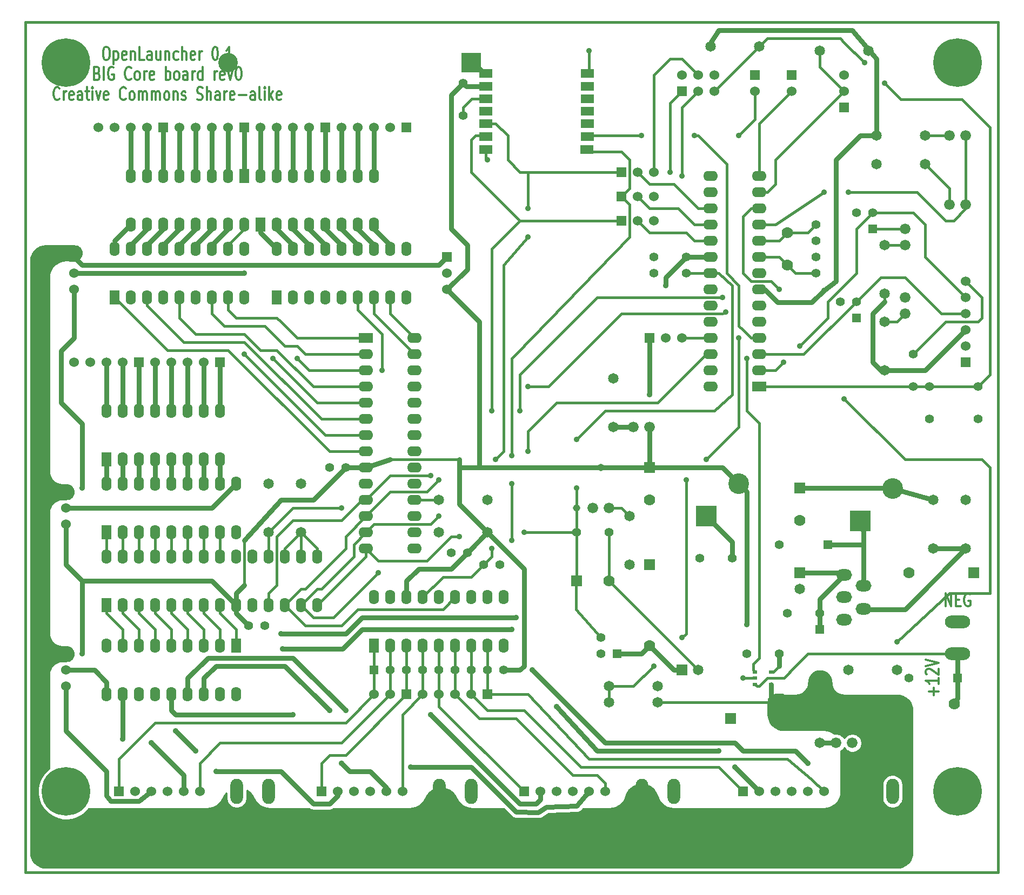
<source format=gtl>
G04 (created by PCBNEW-RS274X (2011-05-25)-stable) date Mon 06 Aug 2012 09:01:28 PM MDT*
G01*
G70*
G90*
%MOIN*%
G04 Gerber Fmt 3.4, Leading zero omitted, Abs format*
%FSLAX34Y34*%
G04 APERTURE LIST*
%ADD10C,0.006000*%
%ADD11C,0.015000*%
%ADD12C,0.012000*%
%ADD13R,0.120000X0.120000*%
%ADD14C,0.120000*%
%ADD15R,0.060000X0.060000*%
%ADD16C,0.060000*%
%ADD17C,0.066000*%
%ADD18O,0.090000X0.062000*%
%ADD19R,0.090000X0.062000*%
%ADD20O,0.062000X0.090000*%
%ADD21R,0.062000X0.090000*%
%ADD22C,0.070000*%
%ADD23R,0.070000X0.070000*%
%ADD24R,0.055000X0.055000*%
%ADD25C,0.055000*%
%ADD26R,0.078700X0.055100*%
%ADD27O,0.156000X0.078000*%
%ADD28R,0.065000X0.065000*%
%ADD29C,0.065000*%
%ADD30R,0.030000X0.020000*%
%ADD31O,0.078000X0.156000*%
%ADD32O,0.098400X0.070900*%
%ADD33C,0.300000*%
%ADD34R,0.127600X0.127600*%
%ADD35C,0.127600*%
%ADD36C,0.045000*%
%ADD37C,0.035000*%
%ADD38C,0.030000*%
%ADD39C,0.015800*%
%ADD40C,0.010000*%
G04 APERTURE END LIST*
G54D10*
G54D11*
X28250Y-64750D02*
X28250Y-62500D01*
X88250Y-64750D02*
X88250Y-62500D01*
G54D12*
X85007Y-48324D02*
X85007Y-47524D01*
X85350Y-48324D01*
X85350Y-47524D01*
X85636Y-47905D02*
X85836Y-47905D01*
X85922Y-48324D02*
X85636Y-48324D01*
X85636Y-47524D01*
X85922Y-47524D01*
X86493Y-47562D02*
X86436Y-47524D01*
X86350Y-47524D01*
X86265Y-47562D01*
X86207Y-47638D01*
X86179Y-47714D01*
X86150Y-47867D01*
X86150Y-47981D01*
X86179Y-48133D01*
X86207Y-48210D01*
X86265Y-48286D01*
X86350Y-48324D01*
X86407Y-48324D01*
X86493Y-48286D01*
X86522Y-48248D01*
X86522Y-47981D01*
X86407Y-47981D01*
X84269Y-53806D02*
X84269Y-53349D01*
X84574Y-53578D02*
X83964Y-53578D01*
X84574Y-52749D02*
X84574Y-53092D01*
X84574Y-52920D02*
X83774Y-52920D01*
X83888Y-52977D01*
X83964Y-53035D01*
X84002Y-53092D01*
X83850Y-52521D02*
X83812Y-52492D01*
X83774Y-52435D01*
X83774Y-52292D01*
X83812Y-52235D01*
X83850Y-52206D01*
X83926Y-52178D01*
X84002Y-52178D01*
X84117Y-52206D01*
X84574Y-52549D01*
X84574Y-52178D01*
X83774Y-52007D02*
X84574Y-51807D01*
X83774Y-51607D01*
G54D11*
X88250Y-61250D02*
X88250Y-62500D01*
X28250Y-62500D02*
X28250Y-60750D01*
G54D12*
X33172Y-13774D02*
X33286Y-13774D01*
X33344Y-13812D01*
X33401Y-13888D01*
X33429Y-14040D01*
X33429Y-14307D01*
X33401Y-14460D01*
X33344Y-14536D01*
X33286Y-14574D01*
X33172Y-14574D01*
X33115Y-14536D01*
X33058Y-14460D01*
X33029Y-14307D01*
X33029Y-14040D01*
X33058Y-13888D01*
X33115Y-13812D01*
X33172Y-13774D01*
X33687Y-14040D02*
X33687Y-14840D01*
X33687Y-14079D02*
X33744Y-14040D01*
X33858Y-14040D01*
X33915Y-14079D01*
X33944Y-14117D01*
X33973Y-14193D01*
X33973Y-14421D01*
X33944Y-14498D01*
X33915Y-14536D01*
X33858Y-14574D01*
X33744Y-14574D01*
X33687Y-14536D01*
X34458Y-14536D02*
X34401Y-14574D01*
X34287Y-14574D01*
X34230Y-14536D01*
X34201Y-14460D01*
X34201Y-14155D01*
X34230Y-14079D01*
X34287Y-14040D01*
X34401Y-14040D01*
X34458Y-14079D01*
X34487Y-14155D01*
X34487Y-14231D01*
X34201Y-14307D01*
X34744Y-14040D02*
X34744Y-14574D01*
X34744Y-14117D02*
X34772Y-14079D01*
X34830Y-14040D01*
X34915Y-14040D01*
X34972Y-14079D01*
X35001Y-14155D01*
X35001Y-14574D01*
X35573Y-14574D02*
X35287Y-14574D01*
X35287Y-13774D01*
X36030Y-14574D02*
X36030Y-14155D01*
X36001Y-14079D01*
X35944Y-14040D01*
X35830Y-14040D01*
X35773Y-14079D01*
X36030Y-14536D02*
X35973Y-14574D01*
X35830Y-14574D01*
X35773Y-14536D01*
X35744Y-14460D01*
X35744Y-14383D01*
X35773Y-14307D01*
X35830Y-14269D01*
X35973Y-14269D01*
X36030Y-14231D01*
X36573Y-14040D02*
X36573Y-14574D01*
X36316Y-14040D02*
X36316Y-14460D01*
X36344Y-14536D01*
X36402Y-14574D01*
X36487Y-14574D01*
X36544Y-14536D01*
X36573Y-14498D01*
X36859Y-14040D02*
X36859Y-14574D01*
X36859Y-14117D02*
X36887Y-14079D01*
X36945Y-14040D01*
X37030Y-14040D01*
X37087Y-14079D01*
X37116Y-14155D01*
X37116Y-14574D01*
X37659Y-14536D02*
X37602Y-14574D01*
X37488Y-14574D01*
X37430Y-14536D01*
X37402Y-14498D01*
X37373Y-14421D01*
X37373Y-14193D01*
X37402Y-14117D01*
X37430Y-14079D01*
X37488Y-14040D01*
X37602Y-14040D01*
X37659Y-14079D01*
X37916Y-14574D02*
X37916Y-13774D01*
X38173Y-14574D02*
X38173Y-14155D01*
X38144Y-14079D01*
X38087Y-14040D01*
X38002Y-14040D01*
X37944Y-14079D01*
X37916Y-14117D01*
X38687Y-14536D02*
X38630Y-14574D01*
X38516Y-14574D01*
X38459Y-14536D01*
X38430Y-14460D01*
X38430Y-14155D01*
X38459Y-14079D01*
X38516Y-14040D01*
X38630Y-14040D01*
X38687Y-14079D01*
X38716Y-14155D01*
X38716Y-14231D01*
X38430Y-14307D01*
X38973Y-14574D02*
X38973Y-14040D01*
X38973Y-14193D02*
X39001Y-14117D01*
X39030Y-14079D01*
X39087Y-14040D01*
X39144Y-14040D01*
X39915Y-13774D02*
X39972Y-13774D01*
X40029Y-13812D01*
X40058Y-13850D01*
X40087Y-13926D01*
X40115Y-14079D01*
X40115Y-14269D01*
X40087Y-14421D01*
X40058Y-14498D01*
X40029Y-14536D01*
X39972Y-14574D01*
X39915Y-14574D01*
X39858Y-14536D01*
X39829Y-14498D01*
X39801Y-14421D01*
X39772Y-14269D01*
X39772Y-14079D01*
X39801Y-13926D01*
X39829Y-13850D01*
X39858Y-13812D01*
X39915Y-13774D01*
X40372Y-14498D02*
X40400Y-14536D01*
X40372Y-14574D01*
X40343Y-14536D01*
X40372Y-14498D01*
X40372Y-14574D01*
X40972Y-14574D02*
X40629Y-14574D01*
X40801Y-14574D02*
X40801Y-13774D01*
X40744Y-13888D01*
X40686Y-13964D01*
X40629Y-14002D01*
X32673Y-15395D02*
X32759Y-15433D01*
X32787Y-15471D01*
X32816Y-15547D01*
X32816Y-15661D01*
X32787Y-15738D01*
X32759Y-15776D01*
X32701Y-15814D01*
X32473Y-15814D01*
X32473Y-15014D01*
X32673Y-15014D01*
X32730Y-15052D01*
X32759Y-15090D01*
X32787Y-15166D01*
X32787Y-15242D01*
X32759Y-15319D01*
X32730Y-15357D01*
X32673Y-15395D01*
X32473Y-15395D01*
X33073Y-15814D02*
X33073Y-15014D01*
X33673Y-15052D02*
X33616Y-15014D01*
X33530Y-15014D01*
X33445Y-15052D01*
X33387Y-15128D01*
X33359Y-15204D01*
X33330Y-15357D01*
X33330Y-15471D01*
X33359Y-15623D01*
X33387Y-15700D01*
X33445Y-15776D01*
X33530Y-15814D01*
X33587Y-15814D01*
X33673Y-15776D01*
X33702Y-15738D01*
X33702Y-15471D01*
X33587Y-15471D01*
X34759Y-15738D02*
X34730Y-15776D01*
X34644Y-15814D01*
X34587Y-15814D01*
X34502Y-15776D01*
X34444Y-15700D01*
X34416Y-15623D01*
X34387Y-15471D01*
X34387Y-15357D01*
X34416Y-15204D01*
X34444Y-15128D01*
X34502Y-15052D01*
X34587Y-15014D01*
X34644Y-15014D01*
X34730Y-15052D01*
X34759Y-15090D01*
X35102Y-15814D02*
X35044Y-15776D01*
X35016Y-15738D01*
X34987Y-15661D01*
X34987Y-15433D01*
X35016Y-15357D01*
X35044Y-15319D01*
X35102Y-15280D01*
X35187Y-15280D01*
X35244Y-15319D01*
X35273Y-15357D01*
X35302Y-15433D01*
X35302Y-15661D01*
X35273Y-15738D01*
X35244Y-15776D01*
X35187Y-15814D01*
X35102Y-15814D01*
X35559Y-15814D02*
X35559Y-15280D01*
X35559Y-15433D02*
X35587Y-15357D01*
X35616Y-15319D01*
X35673Y-15280D01*
X35730Y-15280D01*
X36158Y-15776D02*
X36101Y-15814D01*
X35987Y-15814D01*
X35930Y-15776D01*
X35901Y-15700D01*
X35901Y-15395D01*
X35930Y-15319D01*
X35987Y-15280D01*
X36101Y-15280D01*
X36158Y-15319D01*
X36187Y-15395D01*
X36187Y-15471D01*
X35901Y-15547D01*
X36901Y-15814D02*
X36901Y-15014D01*
X36901Y-15319D02*
X36958Y-15280D01*
X37072Y-15280D01*
X37129Y-15319D01*
X37158Y-15357D01*
X37187Y-15433D01*
X37187Y-15661D01*
X37158Y-15738D01*
X37129Y-15776D01*
X37072Y-15814D01*
X36958Y-15814D01*
X36901Y-15776D01*
X37530Y-15814D02*
X37472Y-15776D01*
X37444Y-15738D01*
X37415Y-15661D01*
X37415Y-15433D01*
X37444Y-15357D01*
X37472Y-15319D01*
X37530Y-15280D01*
X37615Y-15280D01*
X37672Y-15319D01*
X37701Y-15357D01*
X37730Y-15433D01*
X37730Y-15661D01*
X37701Y-15738D01*
X37672Y-15776D01*
X37615Y-15814D01*
X37530Y-15814D01*
X38244Y-15814D02*
X38244Y-15395D01*
X38215Y-15319D01*
X38158Y-15280D01*
X38044Y-15280D01*
X37987Y-15319D01*
X38244Y-15776D02*
X38187Y-15814D01*
X38044Y-15814D01*
X37987Y-15776D01*
X37958Y-15700D01*
X37958Y-15623D01*
X37987Y-15547D01*
X38044Y-15509D01*
X38187Y-15509D01*
X38244Y-15471D01*
X38530Y-15814D02*
X38530Y-15280D01*
X38530Y-15433D02*
X38558Y-15357D01*
X38587Y-15319D01*
X38644Y-15280D01*
X38701Y-15280D01*
X39158Y-15814D02*
X39158Y-15014D01*
X39158Y-15776D02*
X39101Y-15814D01*
X38987Y-15814D01*
X38929Y-15776D01*
X38901Y-15738D01*
X38872Y-15661D01*
X38872Y-15433D01*
X38901Y-15357D01*
X38929Y-15319D01*
X38987Y-15280D01*
X39101Y-15280D01*
X39158Y-15319D01*
X39901Y-15814D02*
X39901Y-15280D01*
X39901Y-15433D02*
X39929Y-15357D01*
X39958Y-15319D01*
X40015Y-15280D01*
X40072Y-15280D01*
X40500Y-15776D02*
X40443Y-15814D01*
X40329Y-15814D01*
X40272Y-15776D01*
X40243Y-15700D01*
X40243Y-15395D01*
X40272Y-15319D01*
X40329Y-15280D01*
X40443Y-15280D01*
X40500Y-15319D01*
X40529Y-15395D01*
X40529Y-15471D01*
X40243Y-15547D01*
X40729Y-15280D02*
X40872Y-15814D01*
X41014Y-15280D01*
X41357Y-15014D02*
X41414Y-15014D01*
X41471Y-15052D01*
X41500Y-15090D01*
X41529Y-15166D01*
X41557Y-15319D01*
X41557Y-15509D01*
X41529Y-15661D01*
X41500Y-15738D01*
X41471Y-15776D01*
X41414Y-15814D01*
X41357Y-15814D01*
X41300Y-15776D01*
X41271Y-15738D01*
X41243Y-15661D01*
X41214Y-15509D01*
X41214Y-15319D01*
X41243Y-15166D01*
X41271Y-15090D01*
X41300Y-15052D01*
X41357Y-15014D01*
X30344Y-16978D02*
X30315Y-17016D01*
X30229Y-17054D01*
X30172Y-17054D01*
X30087Y-17016D01*
X30029Y-16940D01*
X30001Y-16863D01*
X29972Y-16711D01*
X29972Y-16597D01*
X30001Y-16444D01*
X30029Y-16368D01*
X30087Y-16292D01*
X30172Y-16254D01*
X30229Y-16254D01*
X30315Y-16292D01*
X30344Y-16330D01*
X30601Y-17054D02*
X30601Y-16520D01*
X30601Y-16673D02*
X30629Y-16597D01*
X30658Y-16559D01*
X30715Y-16520D01*
X30772Y-16520D01*
X31200Y-17016D02*
X31143Y-17054D01*
X31029Y-17054D01*
X30972Y-17016D01*
X30943Y-16940D01*
X30943Y-16635D01*
X30972Y-16559D01*
X31029Y-16520D01*
X31143Y-16520D01*
X31200Y-16559D01*
X31229Y-16635D01*
X31229Y-16711D01*
X30943Y-16787D01*
X31743Y-17054D02*
X31743Y-16635D01*
X31714Y-16559D01*
X31657Y-16520D01*
X31543Y-16520D01*
X31486Y-16559D01*
X31743Y-17016D02*
X31686Y-17054D01*
X31543Y-17054D01*
X31486Y-17016D01*
X31457Y-16940D01*
X31457Y-16863D01*
X31486Y-16787D01*
X31543Y-16749D01*
X31686Y-16749D01*
X31743Y-16711D01*
X31943Y-16520D02*
X32172Y-16520D01*
X32029Y-16254D02*
X32029Y-16940D01*
X32057Y-17016D01*
X32115Y-17054D01*
X32172Y-17054D01*
X32372Y-17054D02*
X32372Y-16520D01*
X32372Y-16254D02*
X32343Y-16292D01*
X32372Y-16330D01*
X32400Y-16292D01*
X32372Y-16254D01*
X32372Y-16330D01*
X32601Y-16520D02*
X32744Y-17054D01*
X32886Y-16520D01*
X33343Y-17016D02*
X33286Y-17054D01*
X33172Y-17054D01*
X33115Y-17016D01*
X33086Y-16940D01*
X33086Y-16635D01*
X33115Y-16559D01*
X33172Y-16520D01*
X33286Y-16520D01*
X33343Y-16559D01*
X33372Y-16635D01*
X33372Y-16711D01*
X33086Y-16787D01*
X34429Y-16978D02*
X34400Y-17016D01*
X34314Y-17054D01*
X34257Y-17054D01*
X34172Y-17016D01*
X34114Y-16940D01*
X34086Y-16863D01*
X34057Y-16711D01*
X34057Y-16597D01*
X34086Y-16444D01*
X34114Y-16368D01*
X34172Y-16292D01*
X34257Y-16254D01*
X34314Y-16254D01*
X34400Y-16292D01*
X34429Y-16330D01*
X34772Y-17054D02*
X34714Y-17016D01*
X34686Y-16978D01*
X34657Y-16901D01*
X34657Y-16673D01*
X34686Y-16597D01*
X34714Y-16559D01*
X34772Y-16520D01*
X34857Y-16520D01*
X34914Y-16559D01*
X34943Y-16597D01*
X34972Y-16673D01*
X34972Y-16901D01*
X34943Y-16978D01*
X34914Y-17016D01*
X34857Y-17054D01*
X34772Y-17054D01*
X35229Y-17054D02*
X35229Y-16520D01*
X35229Y-16597D02*
X35257Y-16559D01*
X35315Y-16520D01*
X35400Y-16520D01*
X35457Y-16559D01*
X35486Y-16635D01*
X35486Y-17054D01*
X35486Y-16635D02*
X35515Y-16559D01*
X35572Y-16520D01*
X35657Y-16520D01*
X35715Y-16559D01*
X35743Y-16635D01*
X35743Y-17054D01*
X36029Y-17054D02*
X36029Y-16520D01*
X36029Y-16597D02*
X36057Y-16559D01*
X36115Y-16520D01*
X36200Y-16520D01*
X36257Y-16559D01*
X36286Y-16635D01*
X36286Y-17054D01*
X36286Y-16635D02*
X36315Y-16559D01*
X36372Y-16520D01*
X36457Y-16520D01*
X36515Y-16559D01*
X36543Y-16635D01*
X36543Y-17054D01*
X36915Y-17054D02*
X36857Y-17016D01*
X36829Y-16978D01*
X36800Y-16901D01*
X36800Y-16673D01*
X36829Y-16597D01*
X36857Y-16559D01*
X36915Y-16520D01*
X37000Y-16520D01*
X37057Y-16559D01*
X37086Y-16597D01*
X37115Y-16673D01*
X37115Y-16901D01*
X37086Y-16978D01*
X37057Y-17016D01*
X37000Y-17054D01*
X36915Y-17054D01*
X37372Y-16520D02*
X37372Y-17054D01*
X37372Y-16597D02*
X37400Y-16559D01*
X37458Y-16520D01*
X37543Y-16520D01*
X37600Y-16559D01*
X37629Y-16635D01*
X37629Y-17054D01*
X37886Y-17016D02*
X37943Y-17054D01*
X38058Y-17054D01*
X38115Y-17016D01*
X38143Y-16940D01*
X38143Y-16901D01*
X38115Y-16825D01*
X38058Y-16787D01*
X37972Y-16787D01*
X37915Y-16749D01*
X37886Y-16673D01*
X37886Y-16635D01*
X37915Y-16559D01*
X37972Y-16520D01*
X38058Y-16520D01*
X38115Y-16559D01*
X38829Y-17016D02*
X38915Y-17054D01*
X39058Y-17054D01*
X39115Y-17016D01*
X39144Y-16978D01*
X39172Y-16901D01*
X39172Y-16825D01*
X39144Y-16749D01*
X39115Y-16711D01*
X39058Y-16673D01*
X38944Y-16635D01*
X38886Y-16597D01*
X38858Y-16559D01*
X38829Y-16482D01*
X38829Y-16406D01*
X38858Y-16330D01*
X38886Y-16292D01*
X38944Y-16254D01*
X39086Y-16254D01*
X39172Y-16292D01*
X39429Y-17054D02*
X39429Y-16254D01*
X39686Y-17054D02*
X39686Y-16635D01*
X39657Y-16559D01*
X39600Y-16520D01*
X39515Y-16520D01*
X39457Y-16559D01*
X39429Y-16597D01*
X40229Y-17054D02*
X40229Y-16635D01*
X40200Y-16559D01*
X40143Y-16520D01*
X40029Y-16520D01*
X39972Y-16559D01*
X40229Y-17016D02*
X40172Y-17054D01*
X40029Y-17054D01*
X39972Y-17016D01*
X39943Y-16940D01*
X39943Y-16863D01*
X39972Y-16787D01*
X40029Y-16749D01*
X40172Y-16749D01*
X40229Y-16711D01*
X40515Y-17054D02*
X40515Y-16520D01*
X40515Y-16673D02*
X40543Y-16597D01*
X40572Y-16559D01*
X40629Y-16520D01*
X40686Y-16520D01*
X41114Y-17016D02*
X41057Y-17054D01*
X40943Y-17054D01*
X40886Y-17016D01*
X40857Y-16940D01*
X40857Y-16635D01*
X40886Y-16559D01*
X40943Y-16520D01*
X41057Y-16520D01*
X41114Y-16559D01*
X41143Y-16635D01*
X41143Y-16711D01*
X40857Y-16787D01*
X41400Y-16749D02*
X41857Y-16749D01*
X42400Y-17054D02*
X42400Y-16635D01*
X42371Y-16559D01*
X42314Y-16520D01*
X42200Y-16520D01*
X42143Y-16559D01*
X42400Y-17016D02*
X42343Y-17054D01*
X42200Y-17054D01*
X42143Y-17016D01*
X42114Y-16940D01*
X42114Y-16863D01*
X42143Y-16787D01*
X42200Y-16749D01*
X42343Y-16749D01*
X42400Y-16711D01*
X42772Y-17054D02*
X42714Y-17016D01*
X42686Y-16940D01*
X42686Y-16254D01*
X43000Y-17054D02*
X43000Y-16520D01*
X43000Y-16254D02*
X42971Y-16292D01*
X43000Y-16330D01*
X43028Y-16292D01*
X43000Y-16254D01*
X43000Y-16330D01*
X43286Y-17054D02*
X43286Y-16254D01*
X43343Y-16749D02*
X43514Y-17054D01*
X43514Y-16520D02*
X43286Y-16825D01*
X44000Y-17016D02*
X43943Y-17054D01*
X43829Y-17054D01*
X43772Y-17016D01*
X43743Y-16940D01*
X43743Y-16635D01*
X43772Y-16559D01*
X43829Y-16520D01*
X43943Y-16520D01*
X44000Y-16559D01*
X44029Y-16635D01*
X44029Y-16711D01*
X43743Y-16787D01*
G54D11*
X28250Y-12250D02*
X28250Y-62250D01*
X88250Y-12250D02*
X28250Y-12250D01*
X88250Y-62250D02*
X88250Y-12250D01*
X28250Y-64750D02*
X88250Y-64750D01*
G54D13*
X55750Y-14750D03*
G54D14*
X40750Y-14750D03*
G54D15*
X65000Y-23000D03*
G54D16*
X66000Y-23000D03*
X67000Y-23000D03*
G54D15*
X65000Y-24500D03*
G54D16*
X66000Y-24500D03*
X67000Y-24500D03*
G54D15*
X65000Y-21500D03*
G54D16*
X66000Y-21500D03*
X67000Y-21500D03*
G54D15*
X34000Y-59750D03*
G54D16*
X35000Y-59750D03*
X36000Y-59750D03*
X37000Y-59750D03*
X38000Y-59750D03*
X39000Y-59750D03*
G54D15*
X46500Y-59750D03*
G54D16*
X47500Y-59750D03*
X48500Y-59750D03*
X49500Y-59750D03*
X50500Y-59750D03*
X51500Y-59750D03*
G54D17*
X85250Y-19250D03*
X86250Y-19250D03*
X86250Y-23500D03*
X85250Y-23500D03*
G54D18*
X49250Y-32750D03*
X49250Y-33750D03*
X49250Y-34750D03*
X49250Y-35750D03*
X49250Y-36750D03*
X49250Y-37750D03*
X49250Y-38750D03*
X49250Y-39750D03*
X49250Y-40750D03*
X49250Y-41750D03*
X49250Y-42750D03*
X49250Y-43750D03*
X49250Y-44750D03*
G54D19*
X49250Y-31750D03*
G54D18*
X52250Y-44750D03*
X52250Y-43750D03*
X52250Y-42750D03*
X52250Y-41750D03*
X52250Y-40750D03*
X52250Y-39750D03*
X52250Y-38750D03*
X52250Y-37750D03*
X52250Y-36750D03*
X52250Y-35750D03*
X52250Y-34750D03*
X52250Y-33750D03*
X52250Y-32750D03*
X52250Y-31750D03*
G54D20*
X34250Y-48250D03*
X35250Y-48250D03*
X36250Y-48250D03*
X37250Y-48250D03*
X38250Y-48250D03*
X39250Y-48250D03*
X40250Y-48250D03*
X41250Y-48250D03*
X42250Y-48250D03*
X43250Y-48250D03*
X44250Y-48250D03*
X45250Y-48250D03*
X46250Y-48250D03*
G54D21*
X33250Y-48250D03*
G54D20*
X46250Y-45250D03*
X45250Y-45250D03*
X44250Y-45250D03*
X43250Y-45250D03*
X42250Y-45250D03*
X41250Y-45250D03*
X40250Y-45250D03*
X39250Y-45250D03*
X38250Y-45250D03*
X37250Y-45250D03*
X36250Y-45250D03*
X35250Y-45250D03*
X34250Y-45250D03*
X33250Y-45250D03*
G54D21*
X49750Y-50750D03*
G54D20*
X50750Y-50750D03*
X51750Y-50750D03*
X52750Y-50750D03*
X53750Y-50750D03*
X54750Y-50750D03*
X55750Y-50750D03*
X56750Y-50750D03*
X57750Y-50750D03*
X57750Y-47750D03*
X56750Y-47750D03*
X55750Y-47750D03*
X54750Y-47750D03*
X53750Y-47750D03*
X52750Y-47750D03*
X51750Y-47750D03*
X50750Y-47750D03*
X49750Y-47750D03*
G54D22*
X82750Y-46250D03*
G54D23*
X86750Y-46250D03*
G54D24*
X85750Y-52750D03*
G54D25*
X82750Y-52750D03*
X69000Y-26750D03*
X67000Y-26750D03*
X74750Y-51250D03*
X72750Y-51250D03*
X55250Y-18000D03*
X55250Y-16000D03*
X77000Y-26750D03*
X77000Y-27750D03*
X69850Y-45350D03*
X71850Y-45350D03*
X77000Y-25750D03*
X77000Y-24750D03*
G54D15*
X59000Y-59750D03*
G54D16*
X60000Y-59750D03*
X61000Y-59750D03*
X62000Y-59750D03*
X63000Y-59750D03*
X64000Y-59750D03*
G54D23*
X66750Y-39750D03*
G54D22*
X66750Y-41750D03*
G54D25*
X83000Y-34750D03*
X83000Y-32750D03*
G54D22*
X66750Y-50750D03*
G54D23*
X66750Y-45750D03*
G54D22*
X75750Y-55250D03*
G54D23*
X71750Y-55250D03*
G54D24*
X77250Y-49750D03*
G54D25*
X77250Y-52750D03*
G54D24*
X77750Y-44500D03*
G54D25*
X74750Y-44500D03*
G54D15*
X72500Y-59750D03*
G54D16*
X73500Y-59750D03*
X74500Y-59750D03*
X75500Y-59750D03*
X76500Y-59750D03*
X77500Y-59750D03*
G54D26*
X62880Y-20093D03*
X62891Y-19305D03*
X62891Y-18518D03*
X62891Y-17750D03*
X62891Y-16982D03*
X62891Y-16195D03*
X62891Y-15407D03*
X56631Y-15407D03*
X56631Y-16195D03*
X56631Y-16982D03*
X56631Y-17750D03*
X56631Y-18518D03*
X56631Y-19305D03*
X56631Y-20093D03*
G54D18*
X73500Y-33750D03*
X73500Y-32750D03*
X73500Y-31750D03*
X73500Y-30750D03*
X73500Y-29750D03*
X73500Y-28750D03*
X73500Y-27750D03*
X73500Y-26750D03*
X73500Y-25750D03*
X73500Y-24750D03*
X73500Y-23750D03*
X73500Y-22750D03*
X73500Y-21750D03*
G54D19*
X73500Y-34750D03*
G54D18*
X70500Y-21750D03*
X70500Y-22750D03*
X70500Y-23750D03*
X70500Y-24750D03*
X70500Y-25750D03*
X70500Y-26750D03*
X70500Y-27750D03*
X70500Y-28750D03*
X70500Y-29750D03*
X70500Y-30750D03*
X70500Y-31750D03*
X70500Y-32750D03*
X70500Y-33750D03*
X70500Y-34750D03*
G54D15*
X68750Y-16500D03*
G54D16*
X68750Y-15500D03*
X69750Y-16500D03*
X69750Y-15500D03*
X70750Y-16500D03*
X70750Y-15500D03*
G54D25*
X87000Y-34750D03*
X87000Y-36750D03*
X84000Y-34750D03*
X84000Y-36750D03*
G54D27*
X85750Y-51240D03*
X85750Y-49270D03*
G54D28*
X68750Y-52250D03*
G54D29*
X69750Y-52250D03*
G54D23*
X62250Y-46750D03*
G54D22*
X64250Y-46750D03*
G54D25*
X64250Y-43750D03*
X62250Y-43750D03*
G54D23*
X76000Y-41000D03*
G54D22*
X76000Y-43000D03*
G54D28*
X76000Y-46250D03*
G54D29*
X76000Y-47250D03*
G54D25*
X75250Y-48750D03*
X77250Y-48750D03*
X67000Y-27750D03*
X69000Y-27750D03*
G54D29*
X67250Y-54250D03*
X64250Y-54250D03*
X64250Y-53250D03*
X67250Y-53250D03*
X86250Y-41750D03*
X86250Y-44750D03*
X84250Y-44750D03*
X84250Y-41750D03*
X45250Y-43750D03*
X45250Y-40750D03*
X70500Y-13750D03*
X73500Y-13750D03*
G54D24*
X64750Y-51250D03*
G54D25*
X63750Y-51250D03*
X63750Y-50250D03*
G54D30*
X73250Y-52375D03*
X73250Y-53125D03*
X74250Y-52375D03*
X73250Y-52750D03*
X74250Y-53125D03*
G54D22*
X75250Y-25250D03*
X75250Y-27250D03*
G54D21*
X43750Y-29250D03*
G54D20*
X44750Y-29250D03*
X45750Y-29250D03*
X46750Y-29250D03*
X47750Y-29250D03*
X48750Y-29250D03*
X49750Y-29250D03*
X50750Y-29250D03*
X51750Y-29250D03*
X51750Y-26250D03*
X50750Y-26250D03*
X49750Y-26250D03*
X48750Y-26250D03*
X47750Y-26250D03*
X46750Y-26250D03*
X45750Y-26250D03*
X44750Y-26250D03*
X43750Y-26250D03*
G54D21*
X33750Y-29250D03*
G54D20*
X34750Y-29250D03*
X35750Y-29250D03*
X36750Y-29250D03*
X37750Y-29250D03*
X38750Y-29250D03*
X39750Y-29250D03*
X40750Y-29250D03*
X41750Y-29250D03*
X41750Y-26250D03*
X40750Y-26250D03*
X39750Y-26250D03*
X38750Y-26250D03*
X37750Y-26250D03*
X36750Y-26250D03*
X35750Y-26250D03*
X34750Y-26250D03*
X33750Y-26250D03*
G54D21*
X33250Y-43750D03*
G54D20*
X34250Y-43750D03*
X35250Y-43750D03*
X36250Y-43750D03*
X37250Y-43750D03*
X38250Y-43750D03*
X39250Y-43750D03*
X40250Y-43750D03*
X41250Y-43750D03*
X41250Y-40750D03*
X40250Y-40750D03*
X39250Y-40750D03*
X38250Y-40750D03*
X37250Y-40750D03*
X36250Y-40750D03*
X35250Y-40750D03*
X34250Y-40750D03*
X33250Y-40750D03*
G54D21*
X41250Y-50750D03*
G54D20*
X40250Y-50750D03*
X39250Y-50750D03*
X38250Y-50750D03*
X37250Y-50750D03*
X36250Y-50750D03*
X35250Y-50750D03*
X34250Y-50750D03*
X33250Y-50750D03*
X33250Y-53750D03*
X34250Y-53750D03*
X35250Y-53750D03*
X36250Y-53750D03*
X37250Y-53750D03*
X38250Y-53750D03*
X39250Y-53750D03*
X40250Y-53750D03*
X41250Y-53750D03*
G54D29*
X83750Y-21000D03*
X80750Y-21000D03*
X83750Y-19250D03*
X80750Y-19250D03*
X53750Y-43750D03*
X56750Y-43750D03*
G54D31*
X41270Y-59750D03*
X43240Y-59750D03*
X79760Y-59750D03*
X81730Y-59750D03*
X53760Y-59750D03*
X55730Y-59750D03*
X66260Y-59750D03*
X68230Y-59750D03*
G54D21*
X41750Y-21750D03*
G54D20*
X40750Y-21750D03*
X39750Y-21750D03*
X38750Y-21750D03*
X37750Y-21750D03*
X36750Y-21750D03*
X35750Y-21750D03*
X34750Y-21750D03*
X34750Y-24750D03*
X35750Y-24750D03*
X36750Y-24750D03*
X37750Y-24750D03*
X38750Y-24750D03*
X39750Y-24750D03*
X40750Y-24750D03*
X41750Y-24750D03*
G54D21*
X42750Y-24750D03*
G54D20*
X43750Y-24750D03*
X44750Y-24750D03*
X45750Y-24750D03*
X46750Y-24750D03*
X47750Y-24750D03*
X48750Y-24750D03*
X49750Y-24750D03*
X49750Y-21750D03*
X48750Y-21750D03*
X47750Y-21750D03*
X46750Y-21750D03*
X45750Y-21750D03*
X44750Y-21750D03*
X43750Y-21750D03*
X42750Y-21750D03*
G54D15*
X86250Y-33250D03*
G54D16*
X86250Y-32250D03*
X86250Y-31250D03*
X86250Y-30250D03*
X86250Y-29250D03*
X86250Y-28250D03*
G54D32*
X78754Y-47750D03*
X78754Y-46372D03*
X78754Y-49128D03*
X79935Y-48459D03*
X79935Y-47041D03*
G54D33*
X30750Y-14750D03*
X85750Y-14750D03*
X30750Y-59750D03*
X85750Y-59750D03*
G54D24*
X49750Y-52250D03*
G54D25*
X50750Y-52250D03*
X51750Y-52250D03*
X52750Y-52250D03*
X53750Y-52250D03*
X54750Y-52250D03*
X55750Y-52250D03*
X56750Y-52250D03*
X57750Y-52250D03*
G54D29*
X81250Y-29000D03*
X81250Y-26000D03*
X81250Y-30750D03*
X81250Y-33750D03*
X53750Y-41750D03*
X56750Y-41750D03*
X43250Y-43750D03*
X43250Y-40750D03*
G54D15*
X51750Y-53750D03*
G54D16*
X50750Y-53750D03*
X49750Y-53750D03*
G54D15*
X54250Y-26750D03*
G54D16*
X54250Y-27750D03*
X54250Y-28750D03*
G54D15*
X31250Y-26750D03*
G54D16*
X31250Y-27750D03*
X31250Y-28750D03*
G54D15*
X30750Y-41250D03*
G54D16*
X30750Y-42250D03*
X30750Y-43250D03*
G54D15*
X30750Y-51250D03*
G54D16*
X30750Y-52250D03*
X30750Y-53250D03*
G54D17*
X82500Y-30250D03*
X82500Y-29250D03*
X82500Y-26000D03*
X82500Y-25000D03*
G54D21*
X33250Y-39250D03*
G54D20*
X34250Y-39250D03*
X35250Y-39250D03*
X36250Y-39250D03*
X37250Y-39250D03*
X38250Y-39250D03*
X39250Y-39250D03*
X40250Y-39250D03*
X40250Y-36250D03*
X39250Y-36250D03*
X38250Y-36250D03*
X37250Y-36250D03*
X36250Y-36250D03*
X35250Y-36250D03*
X34250Y-36250D03*
X33250Y-36250D03*
G54D15*
X41750Y-18750D03*
G54D16*
X40750Y-18750D03*
X39750Y-18750D03*
X38750Y-18750D03*
X37750Y-18750D03*
G54D15*
X51750Y-18750D03*
G54D16*
X50750Y-18750D03*
X49750Y-18750D03*
X48750Y-18750D03*
X47750Y-18750D03*
G54D15*
X56750Y-53750D03*
G54D16*
X55750Y-53750D03*
X54750Y-53750D03*
X53750Y-53750D03*
X52750Y-53750D03*
G54D15*
X40250Y-33250D03*
G54D16*
X39250Y-33250D03*
X38250Y-33250D03*
X37250Y-33250D03*
X36250Y-33250D03*
G54D24*
X79500Y-30500D03*
G54D25*
X79500Y-29500D03*
X78500Y-29500D03*
G54D24*
X80500Y-25000D03*
G54D25*
X80500Y-24000D03*
X79500Y-24000D03*
G54D15*
X75500Y-15500D03*
G54D16*
X75500Y-16500D03*
G54D15*
X73250Y-15500D03*
G54D16*
X73250Y-16500D03*
G54D15*
X36750Y-18750D03*
G54D16*
X35750Y-18750D03*
X34750Y-18750D03*
X33750Y-18750D03*
X32750Y-18750D03*
G54D15*
X46750Y-18750D03*
G54D16*
X45750Y-18750D03*
X44750Y-18750D03*
X43750Y-18750D03*
X42750Y-18750D03*
G54D15*
X35250Y-33250D03*
G54D16*
X34250Y-33250D03*
X33250Y-33250D03*
X32250Y-33250D03*
X31250Y-33250D03*
G54D29*
X77250Y-14000D03*
X80250Y-14000D03*
G54D15*
X66750Y-31750D03*
G54D16*
X67750Y-31750D03*
X68750Y-31750D03*
G54D15*
X78750Y-17500D03*
G54D16*
X78750Y-16500D03*
X78750Y-15500D03*
G54D22*
X78550Y-54350D03*
X85550Y-54350D03*
G54D34*
X70250Y-42750D03*
G54D35*
X72250Y-40750D03*
G54D34*
X79750Y-43050D03*
G54D35*
X81750Y-41050D03*
G54D25*
X42000Y-49500D03*
X43000Y-49500D03*
X48000Y-39750D03*
X47000Y-39750D03*
X54500Y-45000D03*
X55500Y-45000D03*
X56500Y-45750D03*
X57500Y-45750D03*
G54D29*
X79000Y-52250D03*
X82000Y-52250D03*
G54D36*
X63750Y-39750D03*
X62250Y-42250D03*
G54D17*
X66750Y-37250D03*
X65750Y-37250D03*
X78250Y-56750D03*
X79250Y-56750D03*
X63250Y-42250D03*
X64250Y-42250D03*
G54D29*
X65500Y-45750D03*
X65500Y-42750D03*
X64500Y-34250D03*
X64500Y-37250D03*
X77250Y-53750D03*
X77250Y-56750D03*
G54D37*
X62250Y-38000D03*
X62250Y-41000D03*
X59000Y-43750D03*
X57000Y-44750D03*
X58250Y-44250D03*
X58250Y-40750D03*
X59250Y-38750D03*
X53250Y-40250D03*
X59250Y-34750D03*
X71450Y-30150D03*
X71250Y-29250D03*
X58750Y-36250D03*
X52250Y-41750D03*
X47750Y-42250D03*
X74750Y-28750D03*
X78750Y-35500D03*
X82000Y-50500D03*
X55000Y-44000D03*
X58250Y-39000D03*
X59250Y-23750D03*
X57250Y-39250D03*
X59250Y-25500D03*
X53750Y-42750D03*
X50000Y-46250D03*
X57000Y-36250D03*
X53750Y-40500D03*
X72750Y-33000D03*
X72250Y-31750D03*
X70250Y-39250D03*
X69000Y-40500D03*
X68750Y-50250D03*
X67000Y-52000D03*
X63000Y-14000D03*
X72500Y-52750D03*
X68750Y-21750D03*
X76000Y-32250D03*
X75000Y-33250D03*
X66250Y-19250D03*
X69500Y-19250D03*
X72250Y-19250D03*
X68000Y-21500D03*
X56750Y-20750D03*
X77500Y-22750D03*
X79000Y-22750D03*
X81250Y-16000D03*
X80000Y-14750D03*
X43500Y-33000D03*
X41750Y-32750D03*
X50250Y-33750D03*
X45000Y-33000D03*
X41750Y-27750D03*
X77500Y-28800D03*
X31750Y-41000D03*
X72750Y-49450D03*
X66750Y-35250D03*
X67750Y-28500D03*
X31750Y-51250D03*
X34250Y-56500D03*
X36000Y-56750D03*
X40000Y-58500D03*
X38750Y-57250D03*
X37500Y-56000D03*
X44750Y-55000D03*
X47750Y-58000D03*
X53250Y-55000D03*
X48000Y-54750D03*
X52000Y-58250D03*
X47000Y-54750D03*
X72000Y-58250D03*
X71000Y-57250D03*
X61000Y-54500D03*
X58500Y-49000D03*
X44000Y-50000D03*
X44100Y-50950D03*
X58250Y-49750D03*
X59500Y-52250D03*
X76500Y-58000D03*
G54D38*
X74250Y-53125D02*
X74250Y-54250D01*
G54D39*
X76750Y-54250D02*
X77250Y-53750D01*
X67250Y-54250D02*
X74250Y-54250D01*
X74250Y-54250D02*
X74450Y-54250D01*
X74450Y-54250D02*
X76750Y-54250D01*
X77250Y-53750D02*
X77250Y-52750D01*
G54D38*
X31250Y-26750D02*
X31750Y-27250D01*
X53750Y-27250D02*
X54250Y-26750D01*
X31750Y-27250D02*
X53750Y-27250D01*
G54D39*
X62250Y-42500D02*
X62250Y-41000D01*
X71000Y-27750D02*
X70500Y-27750D01*
X71850Y-28500D02*
X71000Y-27750D01*
X71850Y-35250D02*
X71850Y-28500D01*
X70750Y-36250D02*
X71850Y-35250D01*
X64000Y-36250D02*
X70750Y-36250D01*
X62250Y-38000D02*
X64000Y-36250D01*
X62250Y-42500D02*
X62250Y-43750D01*
X56500Y-45750D02*
X57000Y-45250D01*
X57000Y-45250D02*
X57000Y-44750D01*
X59000Y-43750D02*
X62250Y-43750D01*
X56500Y-45750D02*
X55750Y-46500D01*
X55750Y-46500D02*
X54000Y-46500D01*
X54000Y-46500D02*
X52750Y-47750D01*
X52750Y-47750D02*
X54000Y-46500D01*
X54000Y-46500D02*
X55750Y-46500D01*
X62250Y-43750D02*
X62250Y-46750D01*
X62250Y-46750D02*
X62200Y-47000D01*
X62200Y-47000D02*
X62200Y-48500D01*
X63750Y-50250D02*
X62200Y-48500D01*
X69000Y-27750D02*
X70500Y-27750D01*
X60500Y-36250D02*
X61000Y-35750D01*
X58250Y-44250D02*
X58250Y-40750D01*
X59250Y-38750D02*
X59250Y-37500D01*
X59250Y-37500D02*
X60500Y-36250D01*
X70250Y-32750D02*
X70500Y-32750D01*
X67250Y-35750D02*
X70250Y-32750D01*
X61000Y-35750D02*
X67250Y-35750D01*
X49250Y-41750D02*
X49000Y-41750D01*
X43250Y-47500D02*
X43250Y-48250D01*
X43750Y-47000D02*
X43250Y-47500D01*
X43750Y-44000D02*
X43750Y-47000D01*
X44750Y-43000D02*
X43750Y-44000D01*
X47750Y-43000D02*
X44750Y-43000D01*
X49000Y-41750D02*
X47750Y-43000D01*
X50750Y-40250D02*
X53250Y-40250D01*
X50750Y-40250D02*
X49250Y-41750D01*
X60500Y-34750D02*
X63800Y-31450D01*
X59250Y-34750D02*
X60500Y-34750D01*
X65000Y-30250D02*
X63800Y-31450D01*
X71250Y-30250D02*
X65000Y-30250D01*
X71450Y-30150D02*
X71250Y-30250D01*
X63500Y-29250D02*
X71250Y-29250D01*
X58750Y-34000D02*
X63500Y-29250D01*
X58750Y-36250D02*
X58750Y-34000D01*
X53750Y-41750D02*
X52250Y-41750D01*
X47750Y-42250D02*
X44750Y-42250D01*
X44750Y-42250D02*
X43250Y-43750D01*
X43250Y-45250D02*
X43250Y-43750D01*
X73000Y-23750D02*
X72500Y-24250D01*
X72500Y-24250D02*
X72500Y-27750D01*
X72500Y-27750D02*
X73000Y-28250D01*
X73000Y-28250D02*
X74250Y-28250D01*
X74250Y-28250D02*
X74750Y-28750D01*
X78750Y-35500D02*
X82500Y-39250D01*
X82500Y-39250D02*
X87250Y-39250D01*
X87250Y-39250D02*
X87750Y-39750D01*
X87750Y-39750D02*
X87750Y-41250D01*
X87750Y-47500D02*
X87750Y-41250D01*
X85250Y-47500D02*
X87750Y-47500D01*
X82000Y-50500D02*
X85250Y-47500D01*
X73000Y-23750D02*
X73500Y-23750D01*
X50000Y-45500D02*
X53000Y-45500D01*
X49250Y-44750D02*
X50000Y-45500D01*
X58250Y-39000D02*
X58250Y-33000D01*
X65500Y-25500D02*
X65500Y-23500D01*
X58500Y-32750D02*
X65500Y-25500D01*
X65500Y-23500D02*
X65000Y-23000D01*
X58250Y-33000D02*
X58500Y-32750D01*
X54500Y-44000D02*
X55000Y-44000D01*
X53000Y-45500D02*
X54500Y-44000D01*
X49250Y-44750D02*
X49250Y-45250D01*
X49250Y-45250D02*
X46250Y-48250D01*
X65000Y-23000D02*
X65500Y-22500D01*
X63037Y-20250D02*
X62880Y-20093D01*
X65000Y-20250D02*
X63037Y-20250D01*
X65500Y-20750D02*
X65000Y-20250D01*
X65500Y-22500D02*
X65500Y-20750D01*
X59250Y-21500D02*
X59250Y-23750D01*
X57250Y-39250D02*
X57750Y-38750D01*
X57750Y-38750D02*
X57750Y-27250D01*
X57750Y-27250D02*
X59250Y-25500D01*
X49250Y-43750D02*
X49750Y-43250D01*
X53250Y-43250D02*
X53750Y-42750D01*
X49750Y-43250D02*
X53250Y-43250D01*
X45250Y-48250D02*
X46000Y-49000D01*
X49750Y-46500D02*
X50000Y-46250D01*
X47250Y-49000D02*
X49750Y-46500D01*
X47000Y-49000D02*
X47250Y-49000D01*
X46000Y-49000D02*
X47000Y-49000D01*
X49250Y-43750D02*
X48500Y-44500D01*
X46250Y-47250D02*
X45250Y-48250D01*
X46500Y-47250D02*
X46250Y-47250D01*
X48500Y-45250D02*
X46500Y-47250D01*
X48500Y-44500D02*
X48500Y-45250D01*
X65000Y-21500D02*
X59500Y-21500D01*
X59500Y-21500D02*
X59250Y-21500D01*
X59250Y-21500D02*
X58750Y-21500D01*
X58750Y-21500D02*
X58000Y-20750D01*
X58000Y-20750D02*
X58000Y-19250D01*
X58000Y-19250D02*
X57250Y-18500D01*
X57250Y-18500D02*
X56649Y-18500D01*
X56649Y-18500D02*
X56631Y-18518D01*
X50750Y-41250D02*
X53000Y-41250D01*
X53000Y-41250D02*
X53750Y-40500D01*
X49250Y-42750D02*
X50750Y-41250D01*
X57000Y-26250D02*
X58750Y-24500D01*
X57000Y-36250D02*
X57000Y-26250D01*
X44250Y-48250D02*
X45500Y-49500D01*
X54000Y-48500D02*
X54750Y-47750D01*
X48750Y-48500D02*
X54000Y-48500D01*
X48500Y-48750D02*
X48750Y-48500D01*
X47750Y-49500D02*
X48500Y-48750D01*
X47500Y-49500D02*
X47750Y-49500D01*
X45500Y-49500D02*
X47500Y-49500D01*
X49250Y-42750D02*
X48000Y-44000D01*
X45250Y-47250D02*
X44250Y-48250D01*
X45500Y-47250D02*
X45250Y-47250D01*
X48000Y-44750D02*
X45500Y-47250D01*
X48000Y-44000D02*
X48000Y-44750D01*
X56631Y-19305D02*
X56576Y-19250D01*
X56576Y-19250D02*
X56000Y-19250D01*
X56000Y-19250D02*
X55750Y-19500D01*
X55750Y-19500D02*
X55750Y-20500D01*
X55750Y-20500D02*
X55750Y-21500D01*
X55750Y-21500D02*
X58750Y-24500D01*
X58750Y-24500D02*
X65000Y-24500D01*
X73500Y-38500D02*
X73500Y-37000D01*
X72750Y-36250D02*
X72750Y-33000D01*
X73500Y-37000D02*
X72750Y-36250D01*
X73250Y-52375D02*
X73125Y-52250D01*
X73500Y-51500D02*
X73500Y-38500D01*
X73125Y-51875D02*
X73500Y-51500D01*
X73125Y-52125D02*
X73125Y-51875D01*
X73125Y-52250D02*
X73125Y-52125D01*
X73500Y-38500D02*
X73500Y-39750D01*
X64250Y-53250D02*
X65750Y-53250D01*
X72250Y-37250D02*
X72250Y-31750D01*
X70250Y-39250D02*
X72250Y-37250D01*
X69000Y-50000D02*
X69000Y-40500D01*
X68750Y-50250D02*
X69000Y-50000D01*
X65750Y-53250D02*
X67000Y-52000D01*
X64250Y-53250D02*
X64250Y-54250D01*
X55250Y-18000D02*
X55250Y-17500D01*
X55768Y-16982D02*
X56631Y-16982D01*
X55250Y-17500D02*
X55768Y-16982D01*
X62891Y-15407D02*
X63000Y-15298D01*
X63000Y-15298D02*
X63000Y-14000D01*
X73250Y-52750D02*
X72500Y-52750D01*
X68750Y-17500D02*
X69750Y-16500D01*
X68750Y-21750D02*
X68750Y-17500D01*
X77000Y-24750D02*
X76500Y-25250D01*
X76500Y-25250D02*
X75250Y-25250D01*
X75250Y-25250D02*
X74750Y-25750D01*
X74750Y-25750D02*
X73500Y-25750D01*
X73500Y-33750D02*
X74500Y-33750D01*
X79500Y-25000D02*
X80500Y-24000D01*
X79500Y-27750D02*
X79500Y-25000D01*
X77750Y-29500D02*
X79500Y-27750D01*
X77750Y-30500D02*
X77750Y-29500D01*
X76000Y-32250D02*
X77750Y-30500D01*
X74500Y-33750D02*
X75000Y-33250D01*
X86250Y-29250D02*
X83750Y-26750D01*
X83000Y-24000D02*
X80500Y-24000D01*
X83750Y-24750D02*
X83000Y-24000D01*
X83750Y-26750D02*
X83750Y-24750D01*
X69500Y-19250D02*
X69750Y-19250D01*
X62946Y-19250D02*
X66250Y-19250D01*
X72500Y-31250D02*
X73000Y-31750D01*
X73500Y-31750D02*
X73000Y-31750D01*
X62946Y-19250D02*
X62891Y-19305D01*
X72250Y-31000D02*
X72500Y-31250D01*
X72250Y-28500D02*
X72250Y-31000D01*
X71500Y-27750D02*
X72250Y-28500D01*
X71500Y-21000D02*
X71500Y-27750D01*
X69750Y-19250D02*
X71500Y-21000D01*
X78750Y-16500D02*
X74500Y-20750D01*
X74000Y-22750D02*
X73500Y-22750D01*
X74500Y-22250D02*
X74000Y-22750D01*
X74500Y-20750D02*
X74500Y-22250D01*
X78750Y-16500D02*
X77250Y-15000D01*
X77250Y-15000D02*
X77250Y-14000D01*
X67000Y-21500D02*
X67000Y-15500D01*
X68750Y-14500D02*
X69750Y-15500D01*
X68000Y-14500D02*
X68750Y-14500D01*
X67000Y-15500D02*
X68000Y-14500D01*
X66000Y-24500D02*
X66750Y-25250D01*
X69500Y-25750D02*
X70500Y-25750D01*
X69000Y-25250D02*
X69500Y-25750D01*
X66750Y-25250D02*
X69000Y-25250D01*
X73250Y-16500D02*
X73250Y-18250D01*
X73250Y-18250D02*
X72250Y-19250D01*
X66000Y-21500D02*
X66750Y-22250D01*
X69750Y-23750D02*
X70500Y-23750D01*
X68250Y-22250D02*
X69750Y-23750D01*
X66750Y-22250D02*
X68250Y-22250D01*
X81250Y-30750D02*
X82000Y-30750D01*
X82000Y-30750D02*
X82500Y-30250D01*
X73500Y-21750D02*
X73500Y-18500D01*
X73500Y-18500D02*
X75500Y-16500D01*
X82500Y-26000D02*
X81250Y-26000D01*
X79500Y-29500D02*
X81000Y-28000D01*
X84750Y-30250D02*
X86250Y-30250D01*
X82500Y-28000D02*
X84750Y-30250D01*
X81000Y-28000D02*
X82500Y-28000D01*
X79500Y-29500D02*
X76250Y-32750D01*
X76250Y-32750D02*
X73500Y-32750D01*
X86250Y-28250D02*
X87250Y-29250D01*
X87250Y-29250D02*
X87250Y-30500D01*
X87250Y-30500D02*
X87000Y-30750D01*
X87000Y-30750D02*
X85000Y-30750D01*
X85000Y-30750D02*
X83000Y-32750D01*
X75250Y-27250D02*
X75750Y-27750D01*
X75750Y-27750D02*
X77000Y-27750D01*
X73500Y-26750D02*
X74750Y-26750D01*
X75750Y-27750D02*
X77000Y-27750D01*
X74750Y-26750D02*
X75750Y-27750D01*
X70500Y-31750D02*
X68750Y-31750D01*
X66000Y-23000D02*
X66750Y-23750D01*
X69500Y-24750D02*
X70500Y-24750D01*
X68500Y-23750D02*
X69500Y-24750D01*
X66750Y-23750D02*
X68500Y-23750D01*
X55750Y-14750D02*
X55974Y-14750D01*
X55974Y-14750D02*
X56631Y-15407D01*
X68750Y-16500D02*
X68000Y-17250D01*
X68000Y-17250D02*
X68000Y-21500D01*
X56631Y-20619D02*
X56631Y-20093D01*
X56750Y-20750D02*
X56631Y-20619D01*
X86250Y-23500D02*
X86250Y-23750D01*
X74500Y-24750D02*
X73500Y-24750D01*
X77500Y-22750D02*
X74500Y-24750D01*
X83250Y-22750D02*
X79000Y-22750D01*
X85000Y-24500D02*
X83250Y-22750D01*
X85500Y-24500D02*
X85000Y-24500D01*
X86250Y-23750D02*
X85500Y-24500D01*
X86250Y-19250D02*
X86250Y-23500D01*
X83750Y-19250D02*
X85250Y-19250D01*
X83750Y-21000D02*
X85250Y-22500D01*
X85250Y-22500D02*
X85250Y-23500D01*
X83000Y-34750D02*
X84000Y-34750D01*
X83000Y-34750D02*
X87000Y-34750D01*
X73500Y-13750D02*
X74000Y-13250D01*
X87750Y-34000D02*
X87750Y-28750D01*
X87750Y-28750D02*
X87750Y-18750D01*
X87750Y-18750D02*
X86000Y-17000D01*
X86000Y-17000D02*
X82250Y-17000D01*
X82250Y-17000D02*
X81250Y-16000D01*
X80000Y-14750D02*
X78750Y-13500D01*
X87750Y-34000D02*
X87000Y-34750D01*
X78500Y-13250D02*
X78750Y-13500D01*
X74000Y-13250D02*
X78500Y-13250D01*
X70750Y-16500D02*
X73500Y-13750D01*
X87000Y-34750D02*
X81750Y-34750D01*
X73500Y-34750D02*
X77000Y-34750D01*
X77000Y-34750D02*
X79000Y-34750D01*
X79000Y-34750D02*
X81750Y-34750D01*
X81750Y-34750D02*
X82000Y-34750D01*
X80500Y-25000D02*
X82500Y-25000D01*
G54D38*
X36250Y-39250D02*
X36250Y-40750D01*
X33250Y-40750D02*
X33250Y-39250D01*
X34250Y-39250D02*
X34250Y-40750D01*
X35250Y-40750D02*
X35250Y-39250D01*
X37250Y-40750D02*
X37250Y-39250D01*
X38250Y-39250D02*
X38250Y-40750D01*
X39250Y-40750D02*
X39250Y-39250D01*
X40250Y-39250D02*
X40250Y-40750D01*
G54D39*
X39750Y-26250D02*
X39750Y-26000D01*
X40750Y-25000D02*
X40750Y-24750D01*
G54D38*
X39750Y-26000D02*
X40750Y-25000D01*
X43750Y-24750D02*
X43750Y-25000D01*
X44750Y-26000D02*
X44750Y-26250D01*
X43750Y-25000D02*
X44750Y-26000D01*
G54D39*
X45750Y-24750D02*
X45750Y-25000D01*
X46750Y-26000D02*
X46750Y-26250D01*
G54D38*
X45750Y-25000D02*
X46750Y-26000D01*
G54D39*
X47750Y-24750D02*
X47750Y-25000D01*
X48750Y-26000D02*
X48750Y-26250D01*
G54D38*
X47750Y-25000D02*
X48750Y-26000D01*
G54D39*
X49750Y-24750D02*
X49750Y-25000D01*
X50750Y-26000D02*
X50750Y-26250D01*
G54D38*
X49750Y-25000D02*
X50750Y-26000D01*
X41250Y-40750D02*
X39750Y-42250D01*
X39750Y-42250D02*
X30750Y-42250D01*
X34750Y-24750D02*
X33750Y-25750D01*
G54D39*
X33750Y-25750D02*
X33750Y-26250D01*
X35750Y-26250D02*
X35750Y-26000D01*
X36750Y-25000D02*
X36750Y-24750D01*
G54D38*
X35750Y-26000D02*
X36750Y-25000D01*
G54D39*
X37750Y-26250D02*
X37750Y-26000D01*
X38750Y-25000D02*
X38750Y-24750D01*
G54D38*
X37750Y-26000D02*
X38750Y-25000D01*
G54D39*
X33750Y-29250D02*
X37000Y-32500D01*
X47000Y-38750D02*
X49250Y-38750D01*
X40750Y-32500D02*
X47000Y-38750D01*
X37000Y-32500D02*
X40750Y-32500D01*
X49250Y-36750D02*
X46500Y-36750D01*
X35750Y-29750D02*
X35750Y-29250D01*
X38000Y-32000D02*
X35750Y-29750D01*
X41750Y-32000D02*
X38000Y-32000D01*
X46500Y-36750D02*
X41750Y-32000D01*
X49250Y-34750D02*
X46000Y-34750D01*
X37750Y-30500D02*
X37750Y-29250D01*
X38750Y-31500D02*
X37750Y-30500D01*
X41750Y-31500D02*
X38750Y-31500D01*
X42750Y-32500D02*
X41750Y-31500D01*
X43750Y-32500D02*
X42750Y-32500D01*
X46000Y-34750D02*
X43750Y-32500D01*
X49250Y-35750D02*
X46250Y-35750D01*
X46250Y-35750D02*
X43500Y-33000D01*
X49250Y-37750D02*
X46750Y-37750D01*
X46750Y-37750D02*
X41750Y-32750D01*
X45500Y-32750D02*
X45000Y-32250D01*
X49250Y-32750D02*
X45500Y-32750D01*
X39750Y-30250D02*
X39750Y-29250D01*
X40500Y-31000D02*
X39750Y-30250D01*
X43000Y-31000D02*
X40500Y-31000D01*
X44250Y-32250D02*
X43000Y-31000D01*
X45000Y-32250D02*
X44250Y-32250D01*
X39750Y-29250D02*
X39750Y-29250D01*
X49750Y-29250D02*
X49750Y-30000D01*
X49750Y-30250D02*
X52250Y-32750D01*
X49750Y-30000D02*
X49750Y-30250D01*
X48750Y-30000D02*
X48750Y-29250D01*
X50250Y-31500D02*
X48750Y-30000D01*
X50250Y-33750D02*
X50250Y-31500D01*
X52250Y-31750D02*
X50750Y-30250D01*
X50750Y-30250D02*
X50750Y-29250D01*
X45000Y-31750D02*
X44000Y-30750D01*
X49250Y-31750D02*
X45000Y-31750D01*
X40750Y-30000D02*
X40750Y-29250D01*
X41250Y-30500D02*
X40750Y-30000D01*
X43750Y-30500D02*
X41250Y-30500D01*
X44000Y-30750D02*
X43750Y-30500D01*
X49250Y-33750D02*
X45750Y-33750D01*
X45750Y-33750D02*
X45000Y-33000D01*
G54D38*
X30750Y-52250D02*
X32250Y-52250D01*
X32250Y-52250D02*
X32500Y-52250D01*
X32500Y-52250D02*
X33250Y-53000D01*
X33250Y-53000D02*
X33250Y-53750D01*
G54D39*
X33250Y-43750D02*
X33250Y-45250D01*
X36250Y-43750D02*
X36250Y-45250D01*
X38250Y-43750D02*
X38250Y-45250D01*
X40250Y-43750D02*
X40250Y-45250D01*
G54D38*
X42750Y-24750D02*
X42750Y-25250D01*
X42750Y-25250D02*
X43750Y-26250D01*
G54D39*
X48750Y-24750D02*
X48750Y-25000D01*
X49750Y-26000D02*
X49750Y-26250D01*
G54D38*
X48750Y-25000D02*
X49750Y-26000D01*
G54D39*
X46750Y-24750D02*
X46750Y-25000D01*
X47750Y-26000D02*
X47750Y-26250D01*
G54D38*
X46750Y-25000D02*
X47750Y-26000D01*
G54D39*
X44750Y-24750D02*
X44750Y-25000D01*
G54D38*
X44750Y-25000D02*
X45750Y-26000D01*
G54D39*
X45750Y-26000D02*
X45750Y-26250D01*
X40250Y-50750D02*
X40250Y-49750D01*
X39250Y-48750D02*
X39250Y-48250D01*
X40250Y-49750D02*
X39250Y-48750D01*
X38250Y-48250D02*
X38250Y-48750D01*
X39250Y-49750D02*
X39250Y-50750D01*
X38250Y-48750D02*
X39250Y-49750D01*
X35250Y-50750D02*
X35250Y-49750D01*
X34250Y-48750D02*
X34250Y-48250D01*
X35250Y-49750D02*
X34250Y-48750D01*
X38750Y-26250D02*
X38750Y-26000D01*
X39750Y-25000D02*
X39750Y-24750D01*
G54D38*
X38750Y-26000D02*
X39750Y-25000D01*
X31750Y-27750D02*
X31250Y-27750D01*
X41250Y-27750D02*
X31750Y-27750D01*
X41750Y-27750D02*
X41250Y-27750D01*
G54D39*
X40750Y-26250D02*
X40750Y-26000D01*
X41750Y-25000D02*
X41750Y-24750D01*
X40750Y-26000D02*
X41750Y-25000D01*
X36750Y-26250D02*
X36750Y-26000D01*
X37750Y-25000D02*
X37750Y-24750D01*
G54D38*
X36750Y-26000D02*
X37750Y-25000D01*
G54D39*
X34750Y-26250D02*
X34750Y-26000D01*
X35750Y-25000D02*
X35750Y-24750D01*
G54D38*
X34750Y-26000D02*
X35750Y-25000D01*
G54D39*
X40250Y-48250D02*
X40250Y-48750D01*
X41250Y-49750D02*
X41250Y-50750D01*
X40250Y-48750D02*
X41250Y-49750D01*
X39250Y-43750D02*
X39250Y-45250D01*
X35250Y-43750D02*
X35250Y-45250D01*
X45250Y-45250D02*
X45250Y-43750D01*
X44250Y-45250D02*
X44250Y-44750D01*
X44250Y-44750D02*
X45250Y-43750D01*
X45250Y-43750D02*
X46250Y-44750D01*
X46250Y-44750D02*
X46250Y-45250D01*
X37250Y-43750D02*
X37250Y-45250D01*
X33250Y-48250D02*
X33250Y-48750D01*
X34250Y-49750D02*
X34250Y-50750D01*
X33250Y-48750D02*
X34250Y-49750D01*
X35250Y-48250D02*
X35250Y-48750D01*
X36250Y-49750D02*
X36250Y-50750D01*
X35250Y-48750D02*
X36250Y-49750D01*
X38250Y-50750D02*
X38250Y-49750D01*
X37250Y-48750D02*
X37250Y-48250D01*
X38250Y-49750D02*
X37250Y-48750D01*
X36250Y-48250D02*
X36250Y-48750D01*
X37250Y-49750D02*
X37250Y-50750D01*
X36250Y-48750D02*
X37250Y-49750D01*
X34250Y-43750D02*
X34250Y-45250D01*
G54D38*
X77750Y-44500D02*
X79947Y-44500D01*
X79947Y-44500D02*
X79947Y-44408D01*
X79935Y-47041D02*
X79947Y-44408D01*
X79947Y-44408D02*
X79950Y-43750D01*
X79950Y-43750D02*
X79750Y-43050D01*
X86250Y-44750D02*
X82500Y-48500D01*
G54D39*
X79976Y-48500D02*
X79935Y-48459D01*
G54D38*
X82500Y-48500D02*
X79976Y-48500D01*
X84250Y-44750D02*
X86250Y-44750D01*
X85750Y-51240D02*
X85750Y-52750D01*
X85750Y-52750D02*
X85750Y-54000D01*
X85550Y-54200D02*
X85550Y-54350D01*
X85750Y-54000D02*
X85550Y-54200D01*
G54D39*
X75050Y-52750D02*
X74000Y-52750D01*
X75050Y-52750D02*
X75750Y-52000D01*
X75750Y-52000D02*
X76510Y-51240D01*
X76510Y-51240D02*
X85750Y-51240D01*
X74000Y-52750D02*
X73500Y-53250D01*
X73500Y-53250D02*
X73375Y-53250D01*
X73375Y-53250D02*
X73250Y-53125D01*
G54D38*
X64500Y-37250D02*
X65750Y-37250D01*
X76000Y-46250D02*
X78632Y-46250D01*
X78632Y-46250D02*
X78754Y-46372D01*
X77250Y-48750D02*
X77250Y-47876D01*
X77250Y-47876D02*
X78754Y-46372D01*
X77250Y-48750D02*
X77250Y-49750D01*
X66750Y-50750D02*
X66250Y-51250D01*
X66250Y-51250D02*
X64750Y-51250D01*
X68750Y-52250D02*
X68250Y-52250D01*
X68250Y-52250D02*
X66750Y-50750D01*
X77250Y-56750D02*
X78250Y-56750D01*
G54D39*
X64250Y-42250D02*
X65000Y-42250D01*
X65000Y-42250D02*
X65500Y-42750D01*
X64250Y-46750D02*
X64250Y-43750D01*
X64250Y-46750D02*
X69750Y-52250D01*
G54D38*
X76000Y-41000D02*
X81700Y-41000D01*
X81700Y-41000D02*
X81750Y-41050D01*
X70250Y-42750D02*
X71850Y-44350D01*
X71850Y-44350D02*
X71850Y-45350D01*
X84250Y-41750D02*
X81750Y-41050D01*
X30750Y-53250D02*
X30750Y-56000D01*
X30750Y-56000D02*
X33250Y-58500D01*
X33250Y-58500D02*
X33250Y-60000D01*
X33250Y-60000D02*
X33500Y-60350D01*
X33500Y-60350D02*
X35250Y-60350D01*
X49250Y-39750D02*
X48000Y-39750D01*
X48000Y-39750D02*
X46000Y-41750D01*
X44000Y-41750D02*
X46000Y-41750D01*
X41750Y-44250D02*
X44000Y-41750D01*
G54D39*
X41750Y-47000D02*
X41750Y-44250D01*
G54D38*
X41250Y-47500D02*
X41750Y-47000D01*
X41250Y-48250D02*
X41250Y-47500D01*
X41250Y-48250D02*
X41250Y-48750D01*
X41250Y-48750D02*
X42000Y-49500D01*
X56750Y-43750D02*
X55500Y-45000D01*
X55500Y-45000D02*
X54500Y-46000D01*
X51750Y-46750D02*
X52500Y-46000D01*
X52500Y-46000D02*
X54500Y-46000D01*
X51750Y-47750D02*
X51750Y-47000D01*
X51750Y-47000D02*
X51750Y-46750D01*
X73500Y-28750D02*
X73850Y-28750D01*
X76750Y-29550D02*
X77500Y-28800D01*
X74650Y-29550D02*
X76750Y-29550D01*
X73850Y-28750D02*
X74650Y-29550D01*
X31250Y-28750D02*
X31250Y-31750D01*
X31750Y-37050D02*
X31750Y-41000D01*
X30450Y-35750D02*
X31750Y-37050D01*
X30450Y-34450D02*
X30450Y-35750D01*
X30450Y-32550D02*
X30450Y-34450D01*
X31250Y-31750D02*
X30450Y-32550D01*
X72750Y-49450D02*
X72750Y-41650D01*
X72750Y-41650D02*
X72750Y-41250D01*
X72750Y-41250D02*
X72250Y-40750D01*
X72250Y-40750D02*
X71250Y-39750D01*
X71250Y-39750D02*
X66750Y-39750D01*
G54D39*
X80250Y-14000D02*
X80750Y-14500D01*
G54D38*
X66750Y-31750D02*
X66750Y-35250D01*
X66750Y-37250D02*
X66750Y-39750D01*
X67750Y-28500D02*
X67750Y-28000D01*
X67750Y-28000D02*
X69000Y-26750D01*
X35250Y-60350D02*
X36000Y-59750D01*
X31750Y-51250D02*
X31750Y-46750D01*
X56250Y-39750D02*
X55000Y-39750D01*
X54250Y-28750D02*
X56250Y-30750D01*
X56250Y-30750D02*
X56250Y-39750D01*
X49250Y-39750D02*
X50750Y-39250D01*
X55000Y-39750D02*
X55000Y-39250D01*
G54D39*
X50750Y-39250D02*
X55000Y-39250D01*
G54D38*
X54500Y-16750D02*
X54500Y-25000D01*
X54500Y-25000D02*
X55500Y-26000D01*
X55500Y-26000D02*
X55500Y-27500D01*
X55500Y-27500D02*
X54250Y-28750D01*
X55250Y-16000D02*
X54500Y-16750D01*
X30750Y-43250D02*
X30750Y-45750D01*
X30750Y-45750D02*
X31750Y-46750D01*
X39750Y-46750D02*
X41250Y-48250D01*
X31750Y-46750D02*
X39750Y-46750D01*
X56750Y-43750D02*
X56750Y-43750D01*
X57750Y-52250D02*
X58750Y-52250D01*
X58750Y-52250D02*
X59000Y-52000D01*
X59000Y-52000D02*
X59000Y-46000D01*
X59000Y-46000D02*
X56750Y-43750D01*
X56250Y-39750D02*
X63750Y-39750D01*
X63750Y-39750D02*
X66750Y-39750D01*
X56750Y-43750D02*
X55000Y-42000D01*
X55000Y-40250D02*
X55000Y-39750D01*
X55000Y-42000D02*
X55000Y-40250D01*
X55250Y-16000D02*
X55445Y-16195D01*
X55445Y-16195D02*
X56631Y-16195D01*
X70500Y-13750D02*
X70500Y-13500D01*
X70500Y-13500D02*
X71000Y-12750D01*
X71000Y-12750D02*
X79250Y-12750D01*
X79250Y-12750D02*
X80750Y-14500D01*
X80750Y-14500D02*
X80750Y-19250D01*
X77500Y-28800D02*
X78250Y-28250D01*
X79750Y-19250D02*
X80750Y-19250D01*
X78250Y-20750D02*
X79750Y-19250D01*
X78250Y-28250D02*
X78250Y-20750D01*
G54D39*
X73717Y-28784D02*
X73500Y-28750D01*
X81250Y-29000D02*
X81250Y-29500D01*
G54D38*
X81250Y-29500D02*
X80500Y-30250D01*
G54D39*
X81000Y-33750D02*
X81250Y-33750D01*
G54D38*
X80500Y-33250D02*
X81000Y-33750D01*
X80500Y-30250D02*
X80500Y-33250D01*
X86250Y-31250D02*
X83750Y-33750D01*
X83750Y-33750D02*
X81250Y-33750D01*
G54D39*
X74250Y-52375D02*
X74375Y-52375D01*
G54D38*
X74750Y-52000D02*
X74750Y-51250D01*
G54D39*
X74375Y-52375D02*
X74750Y-52000D01*
G54D38*
X69000Y-26750D02*
X70500Y-26750D01*
G54D39*
X49750Y-53750D02*
X49750Y-52250D01*
X49750Y-52250D02*
X49750Y-50750D01*
X34000Y-59750D02*
X34000Y-57750D01*
X48000Y-55500D02*
X49750Y-53750D01*
X36250Y-55500D02*
X48000Y-55500D01*
X34000Y-57750D02*
X36250Y-55500D01*
X49750Y-50750D02*
X49750Y-53750D01*
X50750Y-50750D02*
X50750Y-52250D01*
X50750Y-52250D02*
X50750Y-53750D01*
X39000Y-59750D02*
X39000Y-58000D01*
X47750Y-56750D02*
X50750Y-53750D01*
X40250Y-56750D02*
X47750Y-56750D01*
X39000Y-58000D02*
X40250Y-56750D01*
X50750Y-50750D02*
X50750Y-53750D01*
X51750Y-50750D02*
X51750Y-52250D01*
X46500Y-59750D02*
X46500Y-58000D01*
X48000Y-57500D02*
X51750Y-53750D01*
X47000Y-57500D02*
X48000Y-57500D01*
X46500Y-58000D02*
X47000Y-57500D01*
X51750Y-50750D02*
X51750Y-53750D01*
X52750Y-53750D02*
X52750Y-52250D01*
X52750Y-52250D02*
X52750Y-50750D01*
X51500Y-59750D02*
X51500Y-55000D01*
X51500Y-55000D02*
X52750Y-53750D01*
X52750Y-50750D02*
X52750Y-53750D01*
X53750Y-50750D02*
X53750Y-52250D01*
X53750Y-52250D02*
X53750Y-53750D01*
X53750Y-53750D02*
X53750Y-54500D01*
X53750Y-54500D02*
X59000Y-59750D01*
X53750Y-50750D02*
X53750Y-53750D01*
X54750Y-53750D02*
X54750Y-52250D01*
X54750Y-52250D02*
X54750Y-50750D01*
X64000Y-59750D02*
X64000Y-59250D01*
X56250Y-55250D02*
X54750Y-53750D01*
X58500Y-55250D02*
X56250Y-55250D01*
X62000Y-58750D02*
X58500Y-55250D01*
X63500Y-58750D02*
X62000Y-58750D01*
X64000Y-59250D02*
X63500Y-58750D01*
X54750Y-50750D02*
X54750Y-53750D01*
X55750Y-50750D02*
X55750Y-52250D01*
X55750Y-52250D02*
X55750Y-53750D01*
X72500Y-59750D02*
X71000Y-58250D01*
X56750Y-54750D02*
X55750Y-53750D01*
X59000Y-54750D02*
X56750Y-54750D01*
X62500Y-58250D02*
X59000Y-54750D01*
X71000Y-58250D02*
X62500Y-58250D01*
X55750Y-50750D02*
X55750Y-53750D01*
X56750Y-53750D02*
X56750Y-52250D01*
X56750Y-52250D02*
X56750Y-50750D01*
X77500Y-59750D02*
X76750Y-59000D01*
X59250Y-53750D02*
X56750Y-53750D01*
X63000Y-57750D02*
X59250Y-53750D01*
X75250Y-57750D02*
X63000Y-57750D01*
X76750Y-59000D02*
X75250Y-57750D01*
X56750Y-50750D02*
X56750Y-53750D01*
G54D38*
X34250Y-53750D02*
X34250Y-56500D01*
X39250Y-33250D02*
X39250Y-36250D01*
X38250Y-36250D02*
X38250Y-33250D01*
X37250Y-33250D02*
X37250Y-36250D01*
X36250Y-36250D02*
X36250Y-33250D01*
X35250Y-36250D02*
X35250Y-33250D01*
X34250Y-36250D02*
X34250Y-33250D01*
X33250Y-36250D02*
X33250Y-33250D01*
X38000Y-59750D02*
X38000Y-58750D01*
X38000Y-58750D02*
X36000Y-56750D01*
X47500Y-59750D02*
X47500Y-60000D01*
X47500Y-60000D02*
X47000Y-60500D01*
X47000Y-60500D02*
X46000Y-60500D01*
X46000Y-60500D02*
X44000Y-58500D01*
X44000Y-58500D02*
X40000Y-58500D01*
X38750Y-57250D02*
X37500Y-56000D01*
X37250Y-53750D02*
X37250Y-54750D01*
X37250Y-54750D02*
X37500Y-55000D01*
X37500Y-55000D02*
X44750Y-55000D01*
X47750Y-58000D02*
X48250Y-58500D01*
X48250Y-58500D02*
X49500Y-58500D01*
X49500Y-58500D02*
X50500Y-59500D01*
X50500Y-59500D02*
X50500Y-59750D01*
X60000Y-59750D02*
X60000Y-60250D01*
X60000Y-60250D02*
X59750Y-60500D01*
X59750Y-60500D02*
X58750Y-60500D01*
X58750Y-60500D02*
X53250Y-55000D01*
X48000Y-54750D02*
X44750Y-51500D01*
X44750Y-51500D02*
X39500Y-51500D01*
X39500Y-51500D02*
X38250Y-52750D01*
X38250Y-52750D02*
X38250Y-53750D01*
X63000Y-59750D02*
X62250Y-60650D01*
X62250Y-60650D02*
X60380Y-60696D01*
X60380Y-60696D02*
X59875Y-61025D01*
X59875Y-61025D02*
X58500Y-61000D01*
X58500Y-61000D02*
X55750Y-58250D01*
X55750Y-58250D02*
X52000Y-58250D01*
X47000Y-54750D02*
X44250Y-52000D01*
X44250Y-52000D02*
X40000Y-52000D01*
X40000Y-52000D02*
X39250Y-52750D01*
X39250Y-52750D02*
X39250Y-53750D01*
X72000Y-58250D02*
X73500Y-59750D01*
X63500Y-57250D02*
X71000Y-57250D01*
X61000Y-54500D02*
X63500Y-57250D01*
X49000Y-49000D02*
X58500Y-49000D01*
X48000Y-50000D02*
X49000Y-49000D01*
X44000Y-50000D02*
X48000Y-50000D01*
X47382Y-50929D02*
X47821Y-50929D01*
X47382Y-50929D02*
X44100Y-50950D01*
X58250Y-49750D02*
X49000Y-49750D01*
X64000Y-56750D02*
X59500Y-52250D01*
X72000Y-56750D02*
X64000Y-56750D01*
X72500Y-57250D02*
X72000Y-56750D01*
X72750Y-57250D02*
X72500Y-57250D01*
X75750Y-57250D02*
X72750Y-57250D01*
X76500Y-58000D02*
X75750Y-57250D01*
X47821Y-50929D02*
X49000Y-49750D01*
X40250Y-36250D02*
X40250Y-33250D01*
X41750Y-21750D02*
X41750Y-18750D01*
X48750Y-21750D02*
X48750Y-18750D01*
X47750Y-21750D02*
X47750Y-18750D01*
X46750Y-21750D02*
X46750Y-18750D01*
X45750Y-21750D02*
X45750Y-18750D01*
X44750Y-21750D02*
X44750Y-18750D01*
X43750Y-21750D02*
X43750Y-18750D01*
X42750Y-21750D02*
X42750Y-18750D01*
X40750Y-21750D02*
X40750Y-18750D01*
X39750Y-21750D02*
X39750Y-18750D01*
X38750Y-21750D02*
X38750Y-18750D01*
X37750Y-18750D02*
X37750Y-21750D01*
X36750Y-21750D02*
X36750Y-18750D01*
X35750Y-18750D02*
X35750Y-21750D01*
X34750Y-21750D02*
X34750Y-18750D01*
X49750Y-21750D02*
X49750Y-18750D01*
G54D10*
G36*
X82950Y-63498D02*
X82932Y-63685D01*
X82878Y-63864D01*
X82789Y-64028D01*
X82671Y-64171D01*
X82528Y-64289D01*
X82368Y-64375D01*
X82368Y-60091D01*
X82367Y-59294D01*
X82343Y-59171D01*
X82295Y-59056D01*
X82226Y-58952D01*
X82138Y-58863D01*
X82035Y-58793D01*
X81920Y-58745D01*
X81797Y-58720D01*
X81672Y-58719D01*
X81550Y-58742D01*
X81434Y-58789D01*
X81329Y-58857D01*
X81240Y-58944D01*
X81169Y-59047D01*
X81120Y-59162D01*
X81094Y-59284D01*
X81092Y-59409D01*
X81093Y-60206D01*
X81117Y-60329D01*
X81165Y-60444D01*
X81234Y-60548D01*
X81322Y-60637D01*
X81425Y-60707D01*
X81540Y-60755D01*
X81663Y-60780D01*
X81788Y-60781D01*
X81910Y-60758D01*
X82026Y-60711D01*
X82131Y-60643D01*
X82220Y-60556D01*
X82291Y-60453D01*
X82340Y-60338D01*
X82366Y-60216D01*
X82368Y-60091D01*
X82368Y-64375D01*
X82364Y-64378D01*
X82208Y-64425D01*
X29291Y-64425D01*
X29136Y-64378D01*
X28972Y-64289D01*
X28829Y-64171D01*
X28711Y-64028D01*
X28622Y-63864D01*
X28575Y-63708D01*
X28575Y-62505D01*
X28575Y-62500D01*
X28575Y-62255D01*
X28575Y-62250D01*
X28575Y-60750D01*
X28575Y-26791D01*
X28622Y-26636D01*
X28711Y-26472D01*
X28829Y-26329D01*
X28972Y-26211D01*
X29136Y-26122D01*
X29315Y-26068D01*
X29502Y-26050D01*
X31247Y-26050D01*
X31338Y-26059D01*
X31422Y-26084D01*
X31500Y-26126D01*
X31568Y-26182D01*
X31624Y-26250D01*
X31666Y-26328D01*
X31691Y-26412D01*
X31700Y-26500D01*
X31691Y-26588D01*
X31666Y-26672D01*
X31624Y-26750D01*
X31568Y-26818D01*
X31500Y-26874D01*
X31422Y-26916D01*
X31338Y-26941D01*
X31247Y-26950D01*
X30748Y-26950D01*
X30545Y-26970D01*
X30348Y-27030D01*
X30166Y-27127D01*
X30007Y-27257D01*
X29877Y-27416D01*
X29780Y-27598D01*
X29720Y-27795D01*
X29700Y-27998D01*
X29700Y-40002D01*
X29715Y-40156D01*
X29761Y-40306D01*
X29834Y-40445D01*
X29934Y-40566D01*
X30055Y-40666D01*
X30194Y-40739D01*
X30344Y-40785D01*
X30498Y-40800D01*
X30747Y-40800D01*
X30838Y-40809D01*
X30922Y-40834D01*
X31000Y-40876D01*
X31068Y-40932D01*
X31124Y-41000D01*
X31166Y-41078D01*
X31191Y-41162D01*
X31200Y-41250D01*
X31191Y-41338D01*
X31166Y-41422D01*
X31124Y-41500D01*
X31068Y-41568D01*
X31000Y-41624D01*
X30922Y-41666D01*
X30838Y-41691D01*
X30747Y-41700D01*
X30498Y-41700D01*
X30344Y-41715D01*
X30194Y-41761D01*
X30055Y-41834D01*
X29934Y-41934D01*
X29834Y-42055D01*
X29761Y-42194D01*
X29715Y-42344D01*
X29700Y-42498D01*
X29700Y-50002D01*
X29715Y-50156D01*
X29761Y-50306D01*
X29834Y-50445D01*
X29934Y-50566D01*
X30055Y-50666D01*
X30194Y-50739D01*
X30344Y-50785D01*
X30498Y-50800D01*
X30747Y-50800D01*
X30838Y-50809D01*
X30922Y-50834D01*
X31000Y-50876D01*
X31068Y-50932D01*
X31124Y-51000D01*
X31166Y-51078D01*
X31191Y-51162D01*
X31200Y-51250D01*
X31191Y-51338D01*
X31166Y-51422D01*
X31124Y-51500D01*
X31068Y-51568D01*
X31000Y-51624D01*
X30922Y-51666D01*
X30838Y-51691D01*
X30747Y-51700D01*
X30498Y-51700D01*
X30344Y-51715D01*
X30194Y-51761D01*
X30055Y-51834D01*
X29934Y-51934D01*
X29834Y-52055D01*
X29761Y-52194D01*
X29715Y-52344D01*
X29700Y-52498D01*
X29700Y-58345D01*
X29648Y-58380D01*
X29403Y-58620D01*
X29209Y-58903D01*
X29074Y-59219D01*
X29002Y-59554D01*
X28998Y-59898D01*
X29060Y-60235D01*
X29186Y-60554D01*
X29372Y-60843D01*
X29611Y-61089D01*
X29892Y-61285D01*
X30207Y-61422D01*
X30542Y-61496D01*
X30885Y-61503D01*
X31223Y-61444D01*
X31543Y-61319D01*
X31833Y-61135D01*
X32081Y-60899D01*
X32150Y-60800D01*
X39436Y-60800D01*
X39614Y-60784D01*
X39788Y-60739D01*
X39952Y-60664D01*
X40100Y-60562D01*
X40229Y-60436D01*
X40333Y-60292D01*
X40501Y-60014D01*
X40597Y-59880D01*
X40632Y-59845D01*
X40633Y-60206D01*
X40657Y-60329D01*
X40705Y-60444D01*
X40774Y-60548D01*
X40862Y-60637D01*
X40965Y-60707D01*
X41080Y-60755D01*
X41203Y-60780D01*
X41328Y-60781D01*
X41450Y-60758D01*
X41566Y-60711D01*
X41671Y-60643D01*
X41760Y-60556D01*
X41831Y-60453D01*
X41880Y-60338D01*
X41906Y-60216D01*
X41908Y-60091D01*
X41907Y-59677D01*
X42036Y-59766D01*
X42153Y-59880D01*
X42249Y-60014D01*
X42417Y-60292D01*
X42521Y-60436D01*
X42650Y-60562D01*
X42798Y-60664D01*
X42962Y-60739D01*
X43136Y-60784D01*
X43314Y-60800D01*
X45738Y-60800D01*
X45774Y-60830D01*
X45778Y-60832D01*
X45842Y-60868D01*
X45846Y-60869D01*
X45917Y-60891D01*
X45921Y-60891D01*
X45994Y-60900D01*
X45998Y-60900D01*
X46000Y-60900D01*
X46996Y-60900D01*
X47000Y-60900D01*
X47028Y-60897D01*
X47074Y-60893D01*
X47077Y-60892D01*
X47078Y-60892D01*
X47088Y-60889D01*
X47148Y-60872D01*
X47151Y-60870D01*
X47152Y-60870D01*
X47166Y-60862D01*
X47218Y-60835D01*
X47219Y-60833D01*
X47221Y-60833D01*
X47243Y-60815D01*
X47262Y-60800D01*
X51936Y-60800D01*
X52114Y-60784D01*
X52288Y-60739D01*
X52452Y-60664D01*
X52600Y-60562D01*
X52729Y-60436D01*
X52833Y-60292D01*
X53001Y-60014D01*
X53097Y-59880D01*
X53214Y-59766D01*
X53348Y-59674D01*
X53496Y-59605D01*
X53654Y-59564D01*
X53818Y-59550D01*
X53932Y-59550D01*
X54096Y-59564D01*
X54254Y-59605D01*
X54402Y-59674D01*
X54536Y-59766D01*
X54653Y-59880D01*
X54749Y-60014D01*
X54917Y-60292D01*
X55021Y-60436D01*
X55150Y-60562D01*
X55298Y-60664D01*
X55462Y-60739D01*
X55636Y-60784D01*
X55814Y-60800D01*
X57734Y-60800D01*
X58209Y-61275D01*
X58217Y-61283D01*
X58234Y-61297D01*
X58268Y-61326D01*
X58276Y-61331D01*
X58278Y-61332D01*
X58287Y-61336D01*
X58336Y-61365D01*
X58342Y-61367D01*
X58346Y-61369D01*
X58388Y-61382D01*
X58410Y-61389D01*
X58412Y-61389D01*
X58421Y-61392D01*
X58456Y-61395D01*
X58487Y-61400D01*
X58493Y-61400D01*
X58499Y-61400D01*
X59855Y-61423D01*
X59866Y-61425D01*
X59868Y-61424D01*
X59944Y-61420D01*
X60019Y-61398D01*
X60020Y-61397D01*
X60088Y-61363D01*
X60090Y-61361D01*
X60093Y-61360D01*
X60502Y-61093D01*
X62259Y-61050D01*
X62268Y-61048D01*
X62282Y-61049D01*
X62318Y-61042D01*
X62337Y-61040D01*
X62343Y-61037D01*
X62359Y-61035D01*
X62399Y-61019D01*
X62410Y-61016D01*
X62413Y-61014D01*
X62432Y-61007D01*
X62460Y-60988D01*
X62479Y-60978D01*
X62489Y-60969D01*
X62497Y-60964D01*
X62516Y-60946D01*
X62538Y-60927D01*
X62544Y-60919D01*
X62553Y-60911D01*
X62557Y-60906D01*
X62645Y-60800D01*
X64281Y-60800D01*
X64466Y-60783D01*
X64647Y-60734D01*
X64815Y-60653D01*
X64967Y-60544D01*
X65097Y-60410D01*
X65201Y-60254D01*
X65275Y-60084D01*
X65319Y-59952D01*
X65387Y-59794D01*
X65481Y-59654D01*
X65599Y-59532D01*
X65737Y-59433D01*
X65889Y-59360D01*
X66052Y-59315D01*
X66223Y-59300D01*
X66277Y-59300D01*
X66448Y-59315D01*
X66611Y-59360D01*
X66763Y-59433D01*
X66901Y-59532D01*
X67019Y-59654D01*
X67113Y-59794D01*
X67181Y-59952D01*
X67225Y-60084D01*
X67299Y-60254D01*
X67403Y-60410D01*
X67533Y-60544D01*
X67685Y-60653D01*
X67853Y-60734D01*
X68034Y-60783D01*
X68219Y-60800D01*
X77502Y-60800D01*
X77705Y-60780D01*
X77902Y-60720D01*
X78084Y-60623D01*
X78243Y-60493D01*
X78373Y-60334D01*
X78470Y-60152D01*
X78530Y-59955D01*
X78550Y-59752D01*
X78550Y-57245D01*
X78608Y-57208D01*
X78691Y-57130D01*
X78750Y-57044D01*
X78794Y-57112D01*
X78873Y-57193D01*
X78966Y-57258D01*
X79070Y-57303D01*
X79181Y-57328D01*
X79295Y-57330D01*
X79407Y-57310D01*
X79513Y-57269D01*
X79608Y-57208D01*
X79691Y-57130D01*
X79756Y-57037D01*
X79802Y-56933D01*
X79827Y-56823D01*
X79829Y-56693D01*
X79807Y-56582D01*
X79764Y-56477D01*
X79701Y-56382D01*
X79621Y-56302D01*
X79527Y-56238D01*
X79422Y-56194D01*
X79311Y-56171D01*
X79197Y-56171D01*
X79086Y-56192D01*
X78980Y-56235D01*
X78885Y-56297D01*
X78804Y-56376D01*
X78749Y-56455D01*
X78701Y-56382D01*
X78621Y-56302D01*
X78527Y-56238D01*
X78422Y-56194D01*
X78311Y-56171D01*
X78197Y-56171D01*
X78148Y-56180D01*
X78084Y-56127D01*
X77902Y-56030D01*
X77705Y-55970D01*
X77502Y-55950D01*
X75002Y-55950D01*
X74815Y-55932D01*
X74636Y-55878D01*
X74472Y-55789D01*
X74329Y-55671D01*
X74211Y-55528D01*
X74122Y-55364D01*
X74068Y-55185D01*
X74050Y-54998D01*
X74050Y-54203D01*
X74059Y-54112D01*
X74084Y-54028D01*
X74126Y-53950D01*
X74182Y-53882D01*
X74250Y-53826D01*
X74328Y-53784D01*
X74412Y-53759D01*
X74503Y-53750D01*
X74953Y-53750D01*
X74956Y-53756D01*
X74961Y-53765D01*
X74971Y-53779D01*
X74985Y-53789D01*
X74994Y-53794D01*
X75010Y-53800D01*
X75752Y-53800D01*
X75906Y-53785D01*
X76056Y-53739D01*
X76195Y-53666D01*
X76316Y-53566D01*
X76416Y-53445D01*
X76489Y-53306D01*
X76535Y-53156D01*
X76563Y-52864D01*
X76603Y-52732D01*
X76668Y-52611D01*
X76756Y-52506D01*
X76861Y-52418D01*
X76982Y-52353D01*
X77114Y-52313D01*
X77250Y-52300D01*
X77386Y-52313D01*
X77518Y-52353D01*
X77639Y-52418D01*
X77744Y-52506D01*
X77832Y-52611D01*
X77897Y-52732D01*
X77937Y-52864D01*
X77965Y-53156D01*
X78011Y-53306D01*
X78084Y-53445D01*
X78184Y-53566D01*
X78305Y-53666D01*
X78444Y-53739D01*
X78594Y-53785D01*
X78748Y-53800D01*
X81998Y-53800D01*
X82185Y-53818D01*
X82364Y-53872D01*
X82528Y-53961D01*
X82671Y-54079D01*
X82789Y-54222D01*
X82878Y-54386D01*
X82932Y-54565D01*
X82950Y-54752D01*
X82950Y-63498D01*
X82950Y-63498D01*
G37*
G54D40*
X82950Y-63498D02*
X82932Y-63685D01*
X82878Y-63864D01*
X82789Y-64028D01*
X82671Y-64171D01*
X82528Y-64289D01*
X82368Y-64375D01*
X82368Y-60091D01*
X82367Y-59294D01*
X82343Y-59171D01*
X82295Y-59056D01*
X82226Y-58952D01*
X82138Y-58863D01*
X82035Y-58793D01*
X81920Y-58745D01*
X81797Y-58720D01*
X81672Y-58719D01*
X81550Y-58742D01*
X81434Y-58789D01*
X81329Y-58857D01*
X81240Y-58944D01*
X81169Y-59047D01*
X81120Y-59162D01*
X81094Y-59284D01*
X81092Y-59409D01*
X81093Y-60206D01*
X81117Y-60329D01*
X81165Y-60444D01*
X81234Y-60548D01*
X81322Y-60637D01*
X81425Y-60707D01*
X81540Y-60755D01*
X81663Y-60780D01*
X81788Y-60781D01*
X81910Y-60758D01*
X82026Y-60711D01*
X82131Y-60643D01*
X82220Y-60556D01*
X82291Y-60453D01*
X82340Y-60338D01*
X82366Y-60216D01*
X82368Y-60091D01*
X82368Y-64375D01*
X82364Y-64378D01*
X82208Y-64425D01*
X29291Y-64425D01*
X29136Y-64378D01*
X28972Y-64289D01*
X28829Y-64171D01*
X28711Y-64028D01*
X28622Y-63864D01*
X28575Y-63708D01*
X28575Y-62505D01*
X28575Y-62500D01*
X28575Y-62255D01*
X28575Y-62250D01*
X28575Y-60750D01*
X28575Y-26791D01*
X28622Y-26636D01*
X28711Y-26472D01*
X28829Y-26329D01*
X28972Y-26211D01*
X29136Y-26122D01*
X29315Y-26068D01*
X29502Y-26050D01*
X31247Y-26050D01*
X31338Y-26059D01*
X31422Y-26084D01*
X31500Y-26126D01*
X31568Y-26182D01*
X31624Y-26250D01*
X31666Y-26328D01*
X31691Y-26412D01*
X31700Y-26500D01*
X31691Y-26588D01*
X31666Y-26672D01*
X31624Y-26750D01*
X31568Y-26818D01*
X31500Y-26874D01*
X31422Y-26916D01*
X31338Y-26941D01*
X31247Y-26950D01*
X30748Y-26950D01*
X30545Y-26970D01*
X30348Y-27030D01*
X30166Y-27127D01*
X30007Y-27257D01*
X29877Y-27416D01*
X29780Y-27598D01*
X29720Y-27795D01*
X29700Y-27998D01*
X29700Y-40002D01*
X29715Y-40156D01*
X29761Y-40306D01*
X29834Y-40445D01*
X29934Y-40566D01*
X30055Y-40666D01*
X30194Y-40739D01*
X30344Y-40785D01*
X30498Y-40800D01*
X30747Y-40800D01*
X30838Y-40809D01*
X30922Y-40834D01*
X31000Y-40876D01*
X31068Y-40932D01*
X31124Y-41000D01*
X31166Y-41078D01*
X31191Y-41162D01*
X31200Y-41250D01*
X31191Y-41338D01*
X31166Y-41422D01*
X31124Y-41500D01*
X31068Y-41568D01*
X31000Y-41624D01*
X30922Y-41666D01*
X30838Y-41691D01*
X30747Y-41700D01*
X30498Y-41700D01*
X30344Y-41715D01*
X30194Y-41761D01*
X30055Y-41834D01*
X29934Y-41934D01*
X29834Y-42055D01*
X29761Y-42194D01*
X29715Y-42344D01*
X29700Y-42498D01*
X29700Y-50002D01*
X29715Y-50156D01*
X29761Y-50306D01*
X29834Y-50445D01*
X29934Y-50566D01*
X30055Y-50666D01*
X30194Y-50739D01*
X30344Y-50785D01*
X30498Y-50800D01*
X30747Y-50800D01*
X30838Y-50809D01*
X30922Y-50834D01*
X31000Y-50876D01*
X31068Y-50932D01*
X31124Y-51000D01*
X31166Y-51078D01*
X31191Y-51162D01*
X31200Y-51250D01*
X31191Y-51338D01*
X31166Y-51422D01*
X31124Y-51500D01*
X31068Y-51568D01*
X31000Y-51624D01*
X30922Y-51666D01*
X30838Y-51691D01*
X30747Y-51700D01*
X30498Y-51700D01*
X30344Y-51715D01*
X30194Y-51761D01*
X30055Y-51834D01*
X29934Y-51934D01*
X29834Y-52055D01*
X29761Y-52194D01*
X29715Y-52344D01*
X29700Y-52498D01*
X29700Y-58345D01*
X29648Y-58380D01*
X29403Y-58620D01*
X29209Y-58903D01*
X29074Y-59219D01*
X29002Y-59554D01*
X28998Y-59898D01*
X29060Y-60235D01*
X29186Y-60554D01*
X29372Y-60843D01*
X29611Y-61089D01*
X29892Y-61285D01*
X30207Y-61422D01*
X30542Y-61496D01*
X30885Y-61503D01*
X31223Y-61444D01*
X31543Y-61319D01*
X31833Y-61135D01*
X32081Y-60899D01*
X32150Y-60800D01*
X39436Y-60800D01*
X39614Y-60784D01*
X39788Y-60739D01*
X39952Y-60664D01*
X40100Y-60562D01*
X40229Y-60436D01*
X40333Y-60292D01*
X40501Y-60014D01*
X40597Y-59880D01*
X40632Y-59845D01*
X40633Y-60206D01*
X40657Y-60329D01*
X40705Y-60444D01*
X40774Y-60548D01*
X40862Y-60637D01*
X40965Y-60707D01*
X41080Y-60755D01*
X41203Y-60780D01*
X41328Y-60781D01*
X41450Y-60758D01*
X41566Y-60711D01*
X41671Y-60643D01*
X41760Y-60556D01*
X41831Y-60453D01*
X41880Y-60338D01*
X41906Y-60216D01*
X41908Y-60091D01*
X41907Y-59677D01*
X42036Y-59766D01*
X42153Y-59880D01*
X42249Y-60014D01*
X42417Y-60292D01*
X42521Y-60436D01*
X42650Y-60562D01*
X42798Y-60664D01*
X42962Y-60739D01*
X43136Y-60784D01*
X43314Y-60800D01*
X45738Y-60800D01*
X45774Y-60830D01*
X45778Y-60832D01*
X45842Y-60868D01*
X45846Y-60869D01*
X45917Y-60891D01*
X45921Y-60891D01*
X45994Y-60900D01*
X45998Y-60900D01*
X46000Y-60900D01*
X46996Y-60900D01*
X47000Y-60900D01*
X47028Y-60897D01*
X47074Y-60893D01*
X47077Y-60892D01*
X47078Y-60892D01*
X47088Y-60889D01*
X47148Y-60872D01*
X47151Y-60870D01*
X47152Y-60870D01*
X47166Y-60862D01*
X47218Y-60835D01*
X47219Y-60833D01*
X47221Y-60833D01*
X47243Y-60815D01*
X47262Y-60800D01*
X51936Y-60800D01*
X52114Y-60784D01*
X52288Y-60739D01*
X52452Y-60664D01*
X52600Y-60562D01*
X52729Y-60436D01*
X52833Y-60292D01*
X53001Y-60014D01*
X53097Y-59880D01*
X53214Y-59766D01*
X53348Y-59674D01*
X53496Y-59605D01*
X53654Y-59564D01*
X53818Y-59550D01*
X53932Y-59550D01*
X54096Y-59564D01*
X54254Y-59605D01*
X54402Y-59674D01*
X54536Y-59766D01*
X54653Y-59880D01*
X54749Y-60014D01*
X54917Y-60292D01*
X55021Y-60436D01*
X55150Y-60562D01*
X55298Y-60664D01*
X55462Y-60739D01*
X55636Y-60784D01*
X55814Y-60800D01*
X57734Y-60800D01*
X58209Y-61275D01*
X58217Y-61283D01*
X58234Y-61297D01*
X58268Y-61326D01*
X58276Y-61331D01*
X58278Y-61332D01*
X58287Y-61336D01*
X58336Y-61365D01*
X58342Y-61367D01*
X58346Y-61369D01*
X58388Y-61382D01*
X58410Y-61389D01*
X58412Y-61389D01*
X58421Y-61392D01*
X58456Y-61395D01*
X58487Y-61400D01*
X58493Y-61400D01*
X58499Y-61400D01*
X59855Y-61423D01*
X59866Y-61425D01*
X59868Y-61424D01*
X59944Y-61420D01*
X60019Y-61398D01*
X60020Y-61397D01*
X60088Y-61363D01*
X60090Y-61361D01*
X60093Y-61360D01*
X60502Y-61093D01*
X62259Y-61050D01*
X62268Y-61048D01*
X62282Y-61049D01*
X62318Y-61042D01*
X62337Y-61040D01*
X62343Y-61037D01*
X62359Y-61035D01*
X62399Y-61019D01*
X62410Y-61016D01*
X62413Y-61014D01*
X62432Y-61007D01*
X62460Y-60988D01*
X62479Y-60978D01*
X62489Y-60969D01*
X62497Y-60964D01*
X62516Y-60946D01*
X62538Y-60927D01*
X62544Y-60919D01*
X62553Y-60911D01*
X62557Y-60906D01*
X62645Y-60800D01*
X64281Y-60800D01*
X64466Y-60783D01*
X64647Y-60734D01*
X64815Y-60653D01*
X64967Y-60544D01*
X65097Y-60410D01*
X65201Y-60254D01*
X65275Y-60084D01*
X65319Y-59952D01*
X65387Y-59794D01*
X65481Y-59654D01*
X65599Y-59532D01*
X65737Y-59433D01*
X65889Y-59360D01*
X66052Y-59315D01*
X66223Y-59300D01*
X66277Y-59300D01*
X66448Y-59315D01*
X66611Y-59360D01*
X66763Y-59433D01*
X66901Y-59532D01*
X67019Y-59654D01*
X67113Y-59794D01*
X67181Y-59952D01*
X67225Y-60084D01*
X67299Y-60254D01*
X67403Y-60410D01*
X67533Y-60544D01*
X67685Y-60653D01*
X67853Y-60734D01*
X68034Y-60783D01*
X68219Y-60800D01*
X77502Y-60800D01*
X77705Y-60780D01*
X77902Y-60720D01*
X78084Y-60623D01*
X78243Y-60493D01*
X78373Y-60334D01*
X78470Y-60152D01*
X78530Y-59955D01*
X78550Y-59752D01*
X78550Y-57245D01*
X78608Y-57208D01*
X78691Y-57130D01*
X78750Y-57044D01*
X78794Y-57112D01*
X78873Y-57193D01*
X78966Y-57258D01*
X79070Y-57303D01*
X79181Y-57328D01*
X79295Y-57330D01*
X79407Y-57310D01*
X79513Y-57269D01*
X79608Y-57208D01*
X79691Y-57130D01*
X79756Y-57037D01*
X79802Y-56933D01*
X79827Y-56823D01*
X79829Y-56693D01*
X79807Y-56582D01*
X79764Y-56477D01*
X79701Y-56382D01*
X79621Y-56302D01*
X79527Y-56238D01*
X79422Y-56194D01*
X79311Y-56171D01*
X79197Y-56171D01*
X79086Y-56192D01*
X78980Y-56235D01*
X78885Y-56297D01*
X78804Y-56376D01*
X78749Y-56455D01*
X78701Y-56382D01*
X78621Y-56302D01*
X78527Y-56238D01*
X78422Y-56194D01*
X78311Y-56171D01*
X78197Y-56171D01*
X78148Y-56180D01*
X78084Y-56127D01*
X77902Y-56030D01*
X77705Y-55970D01*
X77502Y-55950D01*
X75002Y-55950D01*
X74815Y-55932D01*
X74636Y-55878D01*
X74472Y-55789D01*
X74329Y-55671D01*
X74211Y-55528D01*
X74122Y-55364D01*
X74068Y-55185D01*
X74050Y-54998D01*
X74050Y-54203D01*
X74059Y-54112D01*
X74084Y-54028D01*
X74126Y-53950D01*
X74182Y-53882D01*
X74250Y-53826D01*
X74328Y-53784D01*
X74412Y-53759D01*
X74503Y-53750D01*
X74953Y-53750D01*
X74956Y-53756D01*
X74961Y-53765D01*
X74971Y-53779D01*
X74985Y-53789D01*
X74994Y-53794D01*
X75010Y-53800D01*
X75752Y-53800D01*
X75906Y-53785D01*
X76056Y-53739D01*
X76195Y-53666D01*
X76316Y-53566D01*
X76416Y-53445D01*
X76489Y-53306D01*
X76535Y-53156D01*
X76563Y-52864D01*
X76603Y-52732D01*
X76668Y-52611D01*
X76756Y-52506D01*
X76861Y-52418D01*
X76982Y-52353D01*
X77114Y-52313D01*
X77250Y-52300D01*
X77386Y-52313D01*
X77518Y-52353D01*
X77639Y-52418D01*
X77744Y-52506D01*
X77832Y-52611D01*
X77897Y-52732D01*
X77937Y-52864D01*
X77965Y-53156D01*
X78011Y-53306D01*
X78084Y-53445D01*
X78184Y-53566D01*
X78305Y-53666D01*
X78444Y-53739D01*
X78594Y-53785D01*
X78748Y-53800D01*
X81998Y-53800D01*
X82185Y-53818D01*
X82364Y-53872D01*
X82528Y-53961D01*
X82671Y-54079D01*
X82789Y-54222D01*
X82878Y-54386D01*
X82932Y-54565D01*
X82950Y-54752D01*
X82950Y-63498D01*
M02*

</source>
